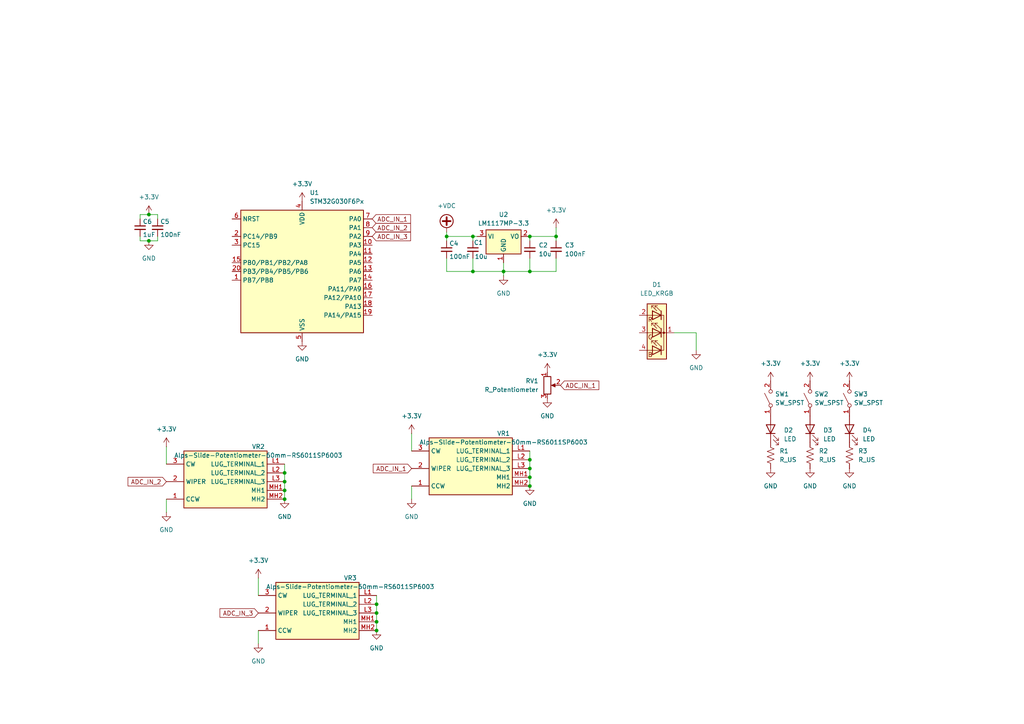
<source format=kicad_sch>
(kicad_sch
	(version 20231120)
	(generator "eeschema")
	(generator_version "8.0")
	(uuid "d6527277-4f40-4d66-9bc7-849904617095")
	(paper "A4")
	(lib_symbols
		(symbol "Device:C_Small"
			(pin_numbers hide)
			(pin_names
				(offset 0.254) hide)
			(exclude_from_sim no)
			(in_bom yes)
			(on_board yes)
			(property "Reference" "C"
				(at 0.254 1.778 0)
				(effects
					(font
						(size 1.27 1.27)
					)
					(justify left)
				)
			)
			(property "Value" "C_Small"
				(at 0.254 -2.032 0)
				(effects
					(font
						(size 1.27 1.27)
					)
					(justify left)
				)
			)
			(property "Footprint" ""
				(at 0 0 0)
				(effects
					(font
						(size 1.27 1.27)
					)
					(hide yes)
				)
			)
			(property "Datasheet" "~"
				(at 0 0 0)
				(effects
					(font
						(size 1.27 1.27)
					)
					(hide yes)
				)
			)
			(property "Description" "Unpolarized capacitor, small symbol"
				(at 0 0 0)
				(effects
					(font
						(size 1.27 1.27)
					)
					(hide yes)
				)
			)
			(property "ki_keywords" "capacitor cap"
				(at 0 0 0)
				(effects
					(font
						(size 1.27 1.27)
					)
					(hide yes)
				)
			)
			(property "ki_fp_filters" "C_*"
				(at 0 0 0)
				(effects
					(font
						(size 1.27 1.27)
					)
					(hide yes)
				)
			)
			(symbol "C_Small_0_1"
				(polyline
					(pts
						(xy -1.524 -0.508) (xy 1.524 -0.508)
					)
					(stroke
						(width 0.3302)
						(type default)
					)
					(fill
						(type none)
					)
				)
				(polyline
					(pts
						(xy -1.524 0.508) (xy 1.524 0.508)
					)
					(stroke
						(width 0.3048)
						(type default)
					)
					(fill
						(type none)
					)
				)
			)
			(symbol "C_Small_1_1"
				(pin passive line
					(at 0 2.54 270)
					(length 2.032)
					(name "~"
						(effects
							(font
								(size 1.27 1.27)
							)
						)
					)
					(number "1"
						(effects
							(font
								(size 1.27 1.27)
							)
						)
					)
				)
				(pin passive line
					(at 0 -2.54 90)
					(length 2.032)
					(name "~"
						(effects
							(font
								(size 1.27 1.27)
							)
						)
					)
					(number "2"
						(effects
							(font
								(size 1.27 1.27)
							)
						)
					)
				)
			)
		)
		(symbol "Device:LED"
			(pin_numbers hide)
			(pin_names
				(offset 1.016) hide)
			(exclude_from_sim no)
			(in_bom yes)
			(on_board yes)
			(property "Reference" "D"
				(at 0 2.54 0)
				(effects
					(font
						(size 1.27 1.27)
					)
				)
			)
			(property "Value" "LED"
				(at 0 -2.54 0)
				(effects
					(font
						(size 1.27 1.27)
					)
				)
			)
			(property "Footprint" ""
				(at 0 0 0)
				(effects
					(font
						(size 1.27 1.27)
					)
					(hide yes)
				)
			)
			(property "Datasheet" "~"
				(at 0 0 0)
				(effects
					(font
						(size 1.27 1.27)
					)
					(hide yes)
				)
			)
			(property "Description" "Light emitting diode"
				(at 0 0 0)
				(effects
					(font
						(size 1.27 1.27)
					)
					(hide yes)
				)
			)
			(property "ki_keywords" "LED diode"
				(at 0 0 0)
				(effects
					(font
						(size 1.27 1.27)
					)
					(hide yes)
				)
			)
			(property "ki_fp_filters" "LED* LED_SMD:* LED_THT:*"
				(at 0 0 0)
				(effects
					(font
						(size 1.27 1.27)
					)
					(hide yes)
				)
			)
			(symbol "LED_0_1"
				(polyline
					(pts
						(xy -1.27 -1.27) (xy -1.27 1.27)
					)
					(stroke
						(width 0.254)
						(type default)
					)
					(fill
						(type none)
					)
				)
				(polyline
					(pts
						(xy -1.27 0) (xy 1.27 0)
					)
					(stroke
						(width 0)
						(type default)
					)
					(fill
						(type none)
					)
				)
				(polyline
					(pts
						(xy 1.27 -1.27) (xy 1.27 1.27) (xy -1.27 0) (xy 1.27 -1.27)
					)
					(stroke
						(width 0.254)
						(type default)
					)
					(fill
						(type none)
					)
				)
				(polyline
					(pts
						(xy -3.048 -0.762) (xy -4.572 -2.286) (xy -3.81 -2.286) (xy -4.572 -2.286) (xy -4.572 -1.524)
					)
					(stroke
						(width 0)
						(type default)
					)
					(fill
						(type none)
					)
				)
				(polyline
					(pts
						(xy -1.778 -0.762) (xy -3.302 -2.286) (xy -2.54 -2.286) (xy -3.302 -2.286) (xy -3.302 -1.524)
					)
					(stroke
						(width 0)
						(type default)
					)
					(fill
						(type none)
					)
				)
			)
			(symbol "LED_1_1"
				(pin passive line
					(at -3.81 0 0)
					(length 2.54)
					(name "K"
						(effects
							(font
								(size 1.27 1.27)
							)
						)
					)
					(number "1"
						(effects
							(font
								(size 1.27 1.27)
							)
						)
					)
				)
				(pin passive line
					(at 3.81 0 180)
					(length 2.54)
					(name "A"
						(effects
							(font
								(size 1.27 1.27)
							)
						)
					)
					(number "2"
						(effects
							(font
								(size 1.27 1.27)
							)
						)
					)
				)
			)
		)
		(symbol "Device:LED_KRGB"
			(pin_names
				(offset 0) hide)
			(exclude_from_sim no)
			(in_bom yes)
			(on_board yes)
			(property "Reference" "D"
				(at 0 9.398 0)
				(effects
					(font
						(size 1.27 1.27)
					)
				)
			)
			(property "Value" "LED_KRGB"
				(at 0 -8.89 0)
				(effects
					(font
						(size 1.27 1.27)
					)
				)
			)
			(property "Footprint" ""
				(at 0 -1.27 0)
				(effects
					(font
						(size 1.27 1.27)
					)
					(hide yes)
				)
			)
			(property "Datasheet" "~"
				(at 0 -1.27 0)
				(effects
					(font
						(size 1.27 1.27)
					)
					(hide yes)
				)
			)
			(property "Description" "RGB LED, cathode/red/green/blue"
				(at 0 0 0)
				(effects
					(font
						(size 1.27 1.27)
					)
					(hide yes)
				)
			)
			(property "ki_keywords" "LED RGB diode"
				(at 0 0 0)
				(effects
					(font
						(size 1.27 1.27)
					)
					(hide yes)
				)
			)
			(property "ki_fp_filters" "LED* LED_SMD:* LED_THT:*"
				(at 0 0 0)
				(effects
					(font
						(size 1.27 1.27)
					)
					(hide yes)
				)
			)
			(symbol "LED_KRGB_0_0"
				(text "B"
					(at 1.905 -6.35 0)
					(effects
						(font
							(size 1.27 1.27)
						)
					)
				)
				(text "G"
					(at 1.905 -1.27 0)
					(effects
						(font
							(size 1.27 1.27)
						)
					)
				)
				(text "R"
					(at 1.905 3.81 0)
					(effects
						(font
							(size 1.27 1.27)
						)
					)
				)
			)
			(symbol "LED_KRGB_0_1"
				(circle
					(center -2.032 0)
					(radius 0.254)
					(stroke
						(width 0)
						(type default)
					)
					(fill
						(type outline)
					)
				)
				(polyline
					(pts
						(xy -1.27 -5.08) (xy 1.27 -5.08)
					)
					(stroke
						(width 0)
						(type default)
					)
					(fill
						(type none)
					)
				)
				(polyline
					(pts
						(xy -1.27 -3.81) (xy -1.27 -6.35)
					)
					(stroke
						(width 0.254)
						(type default)
					)
					(fill
						(type none)
					)
				)
				(polyline
					(pts
						(xy -1.27 0) (xy -2.54 0)
					)
					(stroke
						(width 0)
						(type default)
					)
					(fill
						(type none)
					)
				)
				(polyline
					(pts
						(xy -1.27 1.27) (xy -1.27 -1.27)
					)
					(stroke
						(width 0.254)
						(type default)
					)
					(fill
						(type none)
					)
				)
				(polyline
					(pts
						(xy -1.27 5.08) (xy 1.27 5.08)
					)
					(stroke
						(width 0)
						(type default)
					)
					(fill
						(type none)
					)
				)
				(polyline
					(pts
						(xy -1.27 6.35) (xy -1.27 3.81)
					)
					(stroke
						(width 0.254)
						(type default)
					)
					(fill
						(type none)
					)
				)
				(polyline
					(pts
						(xy 1.27 -5.08) (xy 2.54 -5.08)
					)
					(stroke
						(width 0)
						(type default)
					)
					(fill
						(type none)
					)
				)
				(polyline
					(pts
						(xy 1.27 0) (xy -1.27 0)
					)
					(stroke
						(width 0)
						(type default)
					)
					(fill
						(type none)
					)
				)
				(polyline
					(pts
						(xy 1.27 0) (xy 2.54 0)
					)
					(stroke
						(width 0)
						(type default)
					)
					(fill
						(type none)
					)
				)
				(polyline
					(pts
						(xy 1.27 5.08) (xy 2.54 5.08)
					)
					(stroke
						(width 0)
						(type default)
					)
					(fill
						(type none)
					)
				)
				(polyline
					(pts
						(xy -1.27 1.27) (xy -1.27 -1.27) (xy -1.27 -1.27)
					)
					(stroke
						(width 0)
						(type default)
					)
					(fill
						(type none)
					)
				)
				(polyline
					(pts
						(xy -1.27 6.35) (xy -1.27 3.81) (xy -1.27 3.81)
					)
					(stroke
						(width 0)
						(type default)
					)
					(fill
						(type none)
					)
				)
				(polyline
					(pts
						(xy -1.27 5.08) (xy -2.032 5.08) (xy -2.032 -5.08) (xy -1.016 -5.08)
					)
					(stroke
						(width 0)
						(type default)
					)
					(fill
						(type none)
					)
				)
				(polyline
					(pts
						(xy 1.27 -3.81) (xy 1.27 -6.35) (xy -1.27 -5.08) (xy 1.27 -3.81)
					)
					(stroke
						(width 0.254)
						(type default)
					)
					(fill
						(type none)
					)
				)
				(polyline
					(pts
						(xy 1.27 1.27) (xy 1.27 -1.27) (xy -1.27 0) (xy 1.27 1.27)
					)
					(stroke
						(width 0.254)
						(type default)
					)
					(fill
						(type none)
					)
				)
				(polyline
					(pts
						(xy 1.27 6.35) (xy 1.27 3.81) (xy -1.27 5.08) (xy 1.27 6.35)
					)
					(stroke
						(width 0.254)
						(type default)
					)
					(fill
						(type none)
					)
				)
				(polyline
					(pts
						(xy -1.016 -3.81) (xy 0.508 -2.286) (xy -0.254 -2.286) (xy 0.508 -2.286) (xy 0.508 -3.048)
					)
					(stroke
						(width 0)
						(type default)
					)
					(fill
						(type none)
					)
				)
				(polyline
					(pts
						(xy -1.016 1.27) (xy 0.508 2.794) (xy -0.254 2.794) (xy 0.508 2.794) (xy 0.508 2.032)
					)
					(stroke
						(width 0)
						(type default)
					)
					(fill
						(type none)
					)
				)
				(polyline
					(pts
						(xy -1.016 6.35) (xy 0.508 7.874) (xy -0.254 7.874) (xy 0.508 7.874) (xy 0.508 7.112)
					)
					(stroke
						(width 0)
						(type default)
					)
					(fill
						(type none)
					)
				)
				(polyline
					(pts
						(xy 0 -3.81) (xy 1.524 -2.286) (xy 0.762 -2.286) (xy 1.524 -2.286) (xy 1.524 -3.048)
					)
					(stroke
						(width 0)
						(type default)
					)
					(fill
						(type none)
					)
				)
				(polyline
					(pts
						(xy 0 1.27) (xy 1.524 2.794) (xy 0.762 2.794) (xy 1.524 2.794) (xy 1.524 2.032)
					)
					(stroke
						(width 0)
						(type default)
					)
					(fill
						(type none)
					)
				)
				(polyline
					(pts
						(xy 0 6.35) (xy 1.524 7.874) (xy 0.762 7.874) (xy 1.524 7.874) (xy 1.524 7.112)
					)
					(stroke
						(width 0)
						(type default)
					)
					(fill
						(type none)
					)
				)
				(rectangle
					(start 1.27 -1.27)
					(end 1.27 1.27)
					(stroke
						(width 0)
						(type default)
					)
					(fill
						(type none)
					)
				)
				(rectangle
					(start 1.27 1.27)
					(end 1.27 1.27)
					(stroke
						(width 0)
						(type default)
					)
					(fill
						(type none)
					)
				)
				(rectangle
					(start 1.27 3.81)
					(end 1.27 6.35)
					(stroke
						(width 0)
						(type default)
					)
					(fill
						(type none)
					)
				)
				(rectangle
					(start 1.27 6.35)
					(end 1.27 6.35)
					(stroke
						(width 0)
						(type default)
					)
					(fill
						(type none)
					)
				)
				(rectangle
					(start 2.794 8.382)
					(end -2.794 -7.62)
					(stroke
						(width 0.254)
						(type default)
					)
					(fill
						(type background)
					)
				)
			)
			(symbol "LED_KRGB_1_1"
				(pin passive line
					(at -5.08 0 0)
					(length 2.54)
					(name "K"
						(effects
							(font
								(size 1.27 1.27)
							)
						)
					)
					(number "1"
						(effects
							(font
								(size 1.27 1.27)
							)
						)
					)
				)
				(pin passive line
					(at 5.08 5.08 180)
					(length 2.54)
					(name "RA"
						(effects
							(font
								(size 1.27 1.27)
							)
						)
					)
					(number "2"
						(effects
							(font
								(size 1.27 1.27)
							)
						)
					)
				)
				(pin passive line
					(at 5.08 0 180)
					(length 2.54)
					(name "GA"
						(effects
							(font
								(size 1.27 1.27)
							)
						)
					)
					(number "3"
						(effects
							(font
								(size 1.27 1.27)
							)
						)
					)
				)
				(pin passive line
					(at 5.08 -5.08 180)
					(length 2.54)
					(name "BA"
						(effects
							(font
								(size 1.27 1.27)
							)
						)
					)
					(number "4"
						(effects
							(font
								(size 1.27 1.27)
							)
						)
					)
				)
			)
		)
		(symbol "Device:R_Potentiometer"
			(pin_names
				(offset 1.016) hide)
			(exclude_from_sim no)
			(in_bom yes)
			(on_board yes)
			(property "Reference" "RV"
				(at -4.445 0 90)
				(effects
					(font
						(size 1.27 1.27)
					)
				)
			)
			(property "Value" "R_Potentiometer"
				(at -2.54 0 90)
				(effects
					(font
						(size 1.27 1.27)
					)
				)
			)
			(property "Footprint" ""
				(at 0 0 0)
				(effects
					(font
						(size 1.27 1.27)
					)
					(hide yes)
				)
			)
			(property "Datasheet" "~"
				(at 0 0 0)
				(effects
					(font
						(size 1.27 1.27)
					)
					(hide yes)
				)
			)
			(property "Description" "Potentiometer"
				(at 0 0 0)
				(effects
					(font
						(size 1.27 1.27)
					)
					(hide yes)
				)
			)
			(property "ki_keywords" "resistor variable"
				(at 0 0 0)
				(effects
					(font
						(size 1.27 1.27)
					)
					(hide yes)
				)
			)
			(property "ki_fp_filters" "Potentiometer*"
				(at 0 0 0)
				(effects
					(font
						(size 1.27 1.27)
					)
					(hide yes)
				)
			)
			(symbol "R_Potentiometer_0_1"
				(polyline
					(pts
						(xy 2.54 0) (xy 1.524 0)
					)
					(stroke
						(width 0)
						(type default)
					)
					(fill
						(type none)
					)
				)
				(polyline
					(pts
						(xy 1.143 0) (xy 2.286 0.508) (xy 2.286 -0.508) (xy 1.143 0)
					)
					(stroke
						(width 0)
						(type default)
					)
					(fill
						(type outline)
					)
				)
				(rectangle
					(start 1.016 2.54)
					(end -1.016 -2.54)
					(stroke
						(width 0.254)
						(type default)
					)
					(fill
						(type none)
					)
				)
			)
			(symbol "R_Potentiometer_1_1"
				(pin passive line
					(at 0 3.81 270)
					(length 1.27)
					(name "1"
						(effects
							(font
								(size 1.27 1.27)
							)
						)
					)
					(number "1"
						(effects
							(font
								(size 1.27 1.27)
							)
						)
					)
				)
				(pin passive line
					(at 3.81 0 180)
					(length 1.27)
					(name "2"
						(effects
							(font
								(size 1.27 1.27)
							)
						)
					)
					(number "2"
						(effects
							(font
								(size 1.27 1.27)
							)
						)
					)
				)
				(pin passive line
					(at 0 -3.81 90)
					(length 1.27)
					(name "3"
						(effects
							(font
								(size 1.27 1.27)
							)
						)
					)
					(number "3"
						(effects
							(font
								(size 1.27 1.27)
							)
						)
					)
				)
			)
		)
		(symbol "Device:R_US"
			(pin_numbers hide)
			(pin_names
				(offset 0)
			)
			(exclude_from_sim no)
			(in_bom yes)
			(on_board yes)
			(property "Reference" "R"
				(at 2.54 0 90)
				(effects
					(font
						(size 1.27 1.27)
					)
				)
			)
			(property "Value" "R_US"
				(at -2.54 0 90)
				(effects
					(font
						(size 1.27 1.27)
					)
				)
			)
			(property "Footprint" ""
				(at 1.016 -0.254 90)
				(effects
					(font
						(size 1.27 1.27)
					)
					(hide yes)
				)
			)
			(property "Datasheet" "~"
				(at 0 0 0)
				(effects
					(font
						(size 1.27 1.27)
					)
					(hide yes)
				)
			)
			(property "Description" "Resistor, US symbol"
				(at 0 0 0)
				(effects
					(font
						(size 1.27 1.27)
					)
					(hide yes)
				)
			)
			(property "ki_keywords" "R res resistor"
				(at 0 0 0)
				(effects
					(font
						(size 1.27 1.27)
					)
					(hide yes)
				)
			)
			(property "ki_fp_filters" "R_*"
				(at 0 0 0)
				(effects
					(font
						(size 1.27 1.27)
					)
					(hide yes)
				)
			)
			(symbol "R_US_0_1"
				(polyline
					(pts
						(xy 0 -2.286) (xy 0 -2.54)
					)
					(stroke
						(width 0)
						(type default)
					)
					(fill
						(type none)
					)
				)
				(polyline
					(pts
						(xy 0 2.286) (xy 0 2.54)
					)
					(stroke
						(width 0)
						(type default)
					)
					(fill
						(type none)
					)
				)
				(polyline
					(pts
						(xy 0 -0.762) (xy 1.016 -1.143) (xy 0 -1.524) (xy -1.016 -1.905) (xy 0 -2.286)
					)
					(stroke
						(width 0)
						(type default)
					)
					(fill
						(type none)
					)
				)
				(polyline
					(pts
						(xy 0 0.762) (xy 1.016 0.381) (xy 0 0) (xy -1.016 -0.381) (xy 0 -0.762)
					)
					(stroke
						(width 0)
						(type default)
					)
					(fill
						(type none)
					)
				)
				(polyline
					(pts
						(xy 0 2.286) (xy 1.016 1.905) (xy 0 1.524) (xy -1.016 1.143) (xy 0 0.762)
					)
					(stroke
						(width 0)
						(type default)
					)
					(fill
						(type none)
					)
				)
			)
			(symbol "R_US_1_1"
				(pin passive line
					(at 0 3.81 270)
					(length 1.27)
					(name "~"
						(effects
							(font
								(size 1.27 1.27)
							)
						)
					)
					(number "1"
						(effects
							(font
								(size 1.27 1.27)
							)
						)
					)
				)
				(pin passive line
					(at 0 -3.81 90)
					(length 1.27)
					(name "~"
						(effects
							(font
								(size 1.27 1.27)
							)
						)
					)
					(number "2"
						(effects
							(font
								(size 1.27 1.27)
							)
						)
					)
				)
			)
		)
		(symbol "MCU_ST_STM32G0:STM32G030F6Px"
			(exclude_from_sim no)
			(in_bom yes)
			(on_board yes)
			(property "Reference" "U"
				(at -17.78 19.05 0)
				(effects
					(font
						(size 1.27 1.27)
					)
					(justify left)
				)
			)
			(property "Value" "STM32G030F6Px"
				(at 2.54 19.05 0)
				(effects
					(font
						(size 1.27 1.27)
					)
					(justify left)
				)
			)
			(property "Footprint" "Package_SO:TSSOP-20_4.4x6.5mm_P0.65mm"
				(at -17.78 -17.78 0)
				(effects
					(font
						(size 1.27 1.27)
					)
					(justify right)
					(hide yes)
				)
			)
			(property "Datasheet" "https://www.st.com/resource/en/datasheet/stm32g030f6.pdf"
				(at 0 0 0)
				(effects
					(font
						(size 1.27 1.27)
					)
					(hide yes)
				)
			)
			(property "Description" "STMicroelectronics Arm Cortex-M0+ MCU, 32KB flash, 8KB RAM, 64 MHz, 2.0-3.6V, 17 GPIO, TSSOP20"
				(at 0 0 0)
				(effects
					(font
						(size 1.27 1.27)
					)
					(hide yes)
				)
			)
			(property "ki_locked" ""
				(at 0 0 0)
				(effects
					(font
						(size 1.27 1.27)
					)
				)
			)
			(property "ki_keywords" "Arm Cortex-M0+ STM32G0 STM32G0x0 Value line"
				(at 0 0 0)
				(effects
					(font
						(size 1.27 1.27)
					)
					(hide yes)
				)
			)
			(property "ki_fp_filters" "TSSOP*4.4x6.5mm*P0.65mm*"
				(at 0 0 0)
				(effects
					(font
						(size 1.27 1.27)
					)
					(hide yes)
				)
			)
			(symbol "STM32G030F6Px_0_1"
				(rectangle
					(start -17.78 -17.78)
					(end 17.78 17.78)
					(stroke
						(width 0.254)
						(type default)
					)
					(fill
						(type background)
					)
				)
			)
			(symbol "STM32G030F6Px_1_1"
				(pin bidirectional line
					(at -20.32 -2.54 0)
					(length 2.54)
					(name "PB7/PB8"
						(effects
							(font
								(size 1.27 1.27)
							)
						)
					)
					(number "1"
						(effects
							(font
								(size 1.27 1.27)
							)
						)
					)
					(alternate "ADC1_IN11" bidirectional line)
					(alternate "I2C1_SDA" bidirectional line)
					(alternate "SPI2_MOSI" bidirectional line)
					(alternate "SYS_PVD_IN" bidirectional line)
					(alternate "TIM17_CH1N" bidirectional line)
					(alternate "USART1_RX" bidirectional line)
				)
				(pin bidirectional line
					(at 20.32 7.62 180)
					(length 2.54)
					(name "PA3"
						(effects
							(font
								(size 1.27 1.27)
							)
						)
					)
					(number "10"
						(effects
							(font
								(size 1.27 1.27)
							)
						)
					)
					(alternate "ADC1_IN3" bidirectional line)
					(alternate "SPI2_MISO" bidirectional line)
					(alternate "USART2_RX" bidirectional line)
				)
				(pin bidirectional line
					(at 20.32 5.08 180)
					(length 2.54)
					(name "PA4"
						(effects
							(font
								(size 1.27 1.27)
							)
						)
					)
					(number "11"
						(effects
							(font
								(size 1.27 1.27)
							)
						)
					)
					(alternate "ADC1_IN4" bidirectional line)
					(alternate "I2S1_WS" bidirectional line)
					(alternate "RTC_OUT_ALARM" bidirectional line)
					(alternate "RTC_OUT_CALIB" bidirectional line)
					(alternate "RTC_TAMP_IN1" bidirectional line)
					(alternate "RTC_TS" bidirectional line)
					(alternate "SPI1_NSS" bidirectional line)
					(alternate "SPI2_MOSI" bidirectional line)
					(alternate "SYS_WKUP2" bidirectional line)
					(alternate "TIM14_CH1" bidirectional line)
				)
				(pin bidirectional line
					(at 20.32 2.54 180)
					(length 2.54)
					(name "PA5"
						(effects
							(font
								(size 1.27 1.27)
							)
						)
					)
					(number "12"
						(effects
							(font
								(size 1.27 1.27)
							)
						)
					)
					(alternate "ADC1_IN5" bidirectional line)
					(alternate "I2S1_CK" bidirectional line)
					(alternate "SPI1_SCK" bidirectional line)
				)
				(pin bidirectional line
					(at 20.32 0 180)
					(length 2.54)
					(name "PA6"
						(effects
							(font
								(size 1.27 1.27)
							)
						)
					)
					(number "13"
						(effects
							(font
								(size 1.27 1.27)
							)
						)
					)
					(alternate "ADC1_IN6" bidirectional line)
					(alternate "I2S1_MCK" bidirectional line)
					(alternate "SPI1_MISO" bidirectional line)
					(alternate "TIM16_CH1" bidirectional line)
					(alternate "TIM1_BK" bidirectional line)
					(alternate "TIM3_CH1" bidirectional line)
				)
				(pin bidirectional line
					(at 20.32 -2.54 180)
					(length 2.54)
					(name "PA7"
						(effects
							(font
								(size 1.27 1.27)
							)
						)
					)
					(number "14"
						(effects
							(font
								(size 1.27 1.27)
							)
						)
					)
					(alternate "ADC1_IN7" bidirectional line)
					(alternate "I2S1_SD" bidirectional line)
					(alternate "SPI1_MOSI" bidirectional line)
					(alternate "TIM14_CH1" bidirectional line)
					(alternate "TIM17_CH1" bidirectional line)
					(alternate "TIM1_CH1N" bidirectional line)
					(alternate "TIM3_CH2" bidirectional line)
				)
				(pin bidirectional line
					(at -20.32 2.54 0)
					(length 2.54)
					(name "PB0/PB1/PB2/PA8"
						(effects
							(font
								(size 1.27 1.27)
							)
						)
					)
					(number "15"
						(effects
							(font
								(size 1.27 1.27)
							)
						)
					)
					(alternate "ADC1_IN8" bidirectional line)
					(alternate "I2S1_WS" bidirectional line)
					(alternate "SPI1_NSS" bidirectional line)
					(alternate "TIM1_CH2N" bidirectional line)
					(alternate "TIM3_CH3" bidirectional line)
				)
				(pin bidirectional line
					(at 20.32 -5.08 180)
					(length 2.54)
					(name "PA11/PA9"
						(effects
							(font
								(size 1.27 1.27)
							)
						)
					)
					(number "16"
						(effects
							(font
								(size 1.27 1.27)
							)
						)
					)
					(alternate "ADC1_EXTI11" bidirectional line)
					(alternate "ADC1_IN15" bidirectional line)
					(alternate "I2C2_SCL" bidirectional line)
					(alternate "I2S1_MCK" bidirectional line)
					(alternate "SPI1_MISO" bidirectional line)
					(alternate "TIM1_BK2" bidirectional line)
					(alternate "TIM1_CH4" bidirectional line)
					(alternate "USART1_CTS" bidirectional line)
					(alternate "USART1_NSS" bidirectional line)
				)
				(pin bidirectional line
					(at 20.32 -7.62 180)
					(length 2.54)
					(name "PA12/PA10"
						(effects
							(font
								(size 1.27 1.27)
							)
						)
					)
					(number "17"
						(effects
							(font
								(size 1.27 1.27)
							)
						)
					)
					(alternate "ADC1_IN16" bidirectional line)
					(alternate "I2C2_SDA" bidirectional line)
					(alternate "I2S1_SD" bidirectional line)
					(alternate "I2S_CKIN" bidirectional line)
					(alternate "SPI1_MOSI" bidirectional line)
					(alternate "TIM1_ETR" bidirectional line)
					(alternate "USART1_CK" bidirectional line)
					(alternate "USART1_DE" bidirectional line)
					(alternate "USART1_RTS" bidirectional line)
				)
				(pin bidirectional line
					(at 20.32 -10.16 180)
					(length 2.54)
					(name "PA13"
						(effects
							(font
								(size 1.27 1.27)
							)
						)
					)
					(number "18"
						(effects
							(font
								(size 1.27 1.27)
							)
						)
					)
					(alternate "ADC1_IN17" bidirectional line)
					(alternate "IR_OUT" bidirectional line)
					(alternate "SYS_SWDIO" bidirectional line)
				)
				(pin bidirectional line
					(at 20.32 -12.7 180)
					(length 2.54)
					(name "PA14/PA15"
						(effects
							(font
								(size 1.27 1.27)
							)
						)
					)
					(number "19"
						(effects
							(font
								(size 1.27 1.27)
							)
						)
					)
					(alternate "ADC1_IN18" bidirectional line)
					(alternate "SYS_SWCLK" bidirectional line)
					(alternate "USART2_TX" bidirectional line)
				)
				(pin bidirectional line
					(at -20.32 10.16 0)
					(length 2.54)
					(name "PC14/PB9"
						(effects
							(font
								(size 1.27 1.27)
							)
						)
					)
					(number "2"
						(effects
							(font
								(size 1.27 1.27)
							)
						)
					)
					(alternate "RCC_OSC32_IN" bidirectional line)
					(alternate "RCC_OSC_IN" bidirectional line)
					(alternate "TIM1_BK2" bidirectional line)
				)
				(pin bidirectional line
					(at -20.32 0 0)
					(length 2.54)
					(name "PB3/PB4/PB5/PB6"
						(effects
							(font
								(size 1.27 1.27)
							)
						)
					)
					(number "20"
						(effects
							(font
								(size 1.27 1.27)
							)
						)
					)
					(alternate "I2S1_CK" bidirectional line)
					(alternate "SPI1_SCK" bidirectional line)
					(alternate "TIM1_CH2" bidirectional line)
					(alternate "USART1_CK" bidirectional line)
					(alternate "USART1_DE" bidirectional line)
					(alternate "USART1_RTS" bidirectional line)
				)
				(pin bidirectional line
					(at -20.32 7.62 0)
					(length 2.54)
					(name "PC15"
						(effects
							(font
								(size 1.27 1.27)
							)
						)
					)
					(number "3"
						(effects
							(font
								(size 1.27 1.27)
							)
						)
					)
					(alternate "RCC_OSC32_EN" bidirectional line)
					(alternate "RCC_OSC32_OUT" bidirectional line)
					(alternate "RCC_OSC_EN" bidirectional line)
				)
				(pin power_in line
					(at 0 20.32 270)
					(length 2.54)
					(name "VDD"
						(effects
							(font
								(size 1.27 1.27)
							)
						)
					)
					(number "4"
						(effects
							(font
								(size 1.27 1.27)
							)
						)
					)
				)
				(pin power_in line
					(at 0 -20.32 90)
					(length 2.54)
					(name "VSS"
						(effects
							(font
								(size 1.27 1.27)
							)
						)
					)
					(number "5"
						(effects
							(font
								(size 1.27 1.27)
							)
						)
					)
				)
				(pin input line
					(at -20.32 15.24 0)
					(length 2.54)
					(name "NRST"
						(effects
							(font
								(size 1.27 1.27)
							)
						)
					)
					(number "6"
						(effects
							(font
								(size 1.27 1.27)
							)
						)
					)
				)
				(pin bidirectional line
					(at 20.32 15.24 180)
					(length 2.54)
					(name "PA0"
						(effects
							(font
								(size 1.27 1.27)
							)
						)
					)
					(number "7"
						(effects
							(font
								(size 1.27 1.27)
							)
						)
					)
					(alternate "ADC1_IN0" bidirectional line)
					(alternate "RTC_TAMP_IN2" bidirectional line)
					(alternate "SPI2_SCK" bidirectional line)
					(alternate "SYS_WKUP1" bidirectional line)
					(alternate "USART2_CTS" bidirectional line)
					(alternate "USART2_NSS" bidirectional line)
				)
				(pin bidirectional line
					(at 20.32 12.7 180)
					(length 2.54)
					(name "PA1"
						(effects
							(font
								(size 1.27 1.27)
							)
						)
					)
					(number "8"
						(effects
							(font
								(size 1.27 1.27)
							)
						)
					)
					(alternate "ADC1_IN1" bidirectional line)
					(alternate "I2C1_SMBA" bidirectional line)
					(alternate "I2S1_CK" bidirectional line)
					(alternate "SPI1_SCK" bidirectional line)
					(alternate "USART2_CK" bidirectional line)
					(alternate "USART2_DE" bidirectional line)
					(alternate "USART2_RTS" bidirectional line)
				)
				(pin bidirectional line
					(at 20.32 10.16 180)
					(length 2.54)
					(name "PA2"
						(effects
							(font
								(size 1.27 1.27)
							)
						)
					)
					(number "9"
						(effects
							(font
								(size 1.27 1.27)
							)
						)
					)
					(alternate "ADC1_IN2" bidirectional line)
					(alternate "I2S1_SD" bidirectional line)
					(alternate "RCC_LSCO" bidirectional line)
					(alternate "SPI1_MOSI" bidirectional line)
					(alternate "SYS_WKUP4" bidirectional line)
					(alternate "USART2_TX" bidirectional line)
				)
			)
		)
		(symbol "Regulator_Linear:LM1117MP-3.3"
			(exclude_from_sim no)
			(in_bom yes)
			(on_board yes)
			(property "Reference" "U"
				(at -3.81 3.175 0)
				(effects
					(font
						(size 1.27 1.27)
					)
				)
			)
			(property "Value" "LM1117MP-3.3"
				(at 0 3.175 0)
				(effects
					(font
						(size 1.27 1.27)
					)
					(justify left)
				)
			)
			(property "Footprint" "Package_TO_SOT_SMD:SOT-223-3_TabPin2"
				(at 0 0 0)
				(effects
					(font
						(size 1.27 1.27)
					)
					(hide yes)
				)
			)
			(property "Datasheet" "http://www.ti.com/lit/ds/symlink/lm1117.pdf"
				(at 0 0 0)
				(effects
					(font
						(size 1.27 1.27)
					)
					(hide yes)
				)
			)
			(property "Description" "800mA Low-Dropout Linear Regulator, 3.3V fixed output, SOT-223"
				(at 0 0 0)
				(effects
					(font
						(size 1.27 1.27)
					)
					(hide yes)
				)
			)
			(property "ki_keywords" "linear regulator ldo fixed positive"
				(at 0 0 0)
				(effects
					(font
						(size 1.27 1.27)
					)
					(hide yes)
				)
			)
			(property "ki_fp_filters" "SOT?223*"
				(at 0 0 0)
				(effects
					(font
						(size 1.27 1.27)
					)
					(hide yes)
				)
			)
			(symbol "LM1117MP-3.3_0_1"
				(rectangle
					(start -5.08 -5.08)
					(end 5.08 1.905)
					(stroke
						(width 0.254)
						(type default)
					)
					(fill
						(type background)
					)
				)
			)
			(symbol "LM1117MP-3.3_1_1"
				(pin power_in line
					(at 0 -7.62 90)
					(length 2.54)
					(name "GND"
						(effects
							(font
								(size 1.27 1.27)
							)
						)
					)
					(number "1"
						(effects
							(font
								(size 1.27 1.27)
							)
						)
					)
				)
				(pin power_out line
					(at 7.62 0 180)
					(length 2.54)
					(name "VO"
						(effects
							(font
								(size 1.27 1.27)
							)
						)
					)
					(number "2"
						(effects
							(font
								(size 1.27 1.27)
							)
						)
					)
				)
				(pin power_in line
					(at -7.62 0 0)
					(length 2.54)
					(name "VI"
						(effects
							(font
								(size 1.27 1.27)
							)
						)
					)
					(number "3"
						(effects
							(font
								(size 1.27 1.27)
							)
						)
					)
				)
			)
		)
		(symbol "Switch:SW_SPST"
			(pin_names
				(offset 0) hide)
			(exclude_from_sim no)
			(in_bom yes)
			(on_board yes)
			(property "Reference" "SW"
				(at 0 3.175 0)
				(effects
					(font
						(size 1.27 1.27)
					)
				)
			)
			(property "Value" "SW_SPST"
				(at 0 -2.54 0)
				(effects
					(font
						(size 1.27 1.27)
					)
				)
			)
			(property "Footprint" ""
				(at 0 0 0)
				(effects
					(font
						(size 1.27 1.27)
					)
					(hide yes)
				)
			)
			(property "Datasheet" "~"
				(at 0 0 0)
				(effects
					(font
						(size 1.27 1.27)
					)
					(hide yes)
				)
			)
			(property "Description" "Single Pole Single Throw (SPST) switch"
				(at 0 0 0)
				(effects
					(font
						(size 1.27 1.27)
					)
					(hide yes)
				)
			)
			(property "ki_keywords" "switch lever"
				(at 0 0 0)
				(effects
					(font
						(size 1.27 1.27)
					)
					(hide yes)
				)
			)
			(symbol "SW_SPST_0_0"
				(circle
					(center -2.032 0)
					(radius 0.508)
					(stroke
						(width 0)
						(type default)
					)
					(fill
						(type none)
					)
				)
				(polyline
					(pts
						(xy -1.524 0.254) (xy 1.524 1.778)
					)
					(stroke
						(width 0)
						(type default)
					)
					(fill
						(type none)
					)
				)
				(circle
					(center 2.032 0)
					(radius 0.508)
					(stroke
						(width 0)
						(type default)
					)
					(fill
						(type none)
					)
				)
			)
			(symbol "SW_SPST_1_1"
				(pin passive line
					(at -5.08 0 0)
					(length 2.54)
					(name "A"
						(effects
							(font
								(size 1.27 1.27)
							)
						)
					)
					(number "1"
						(effects
							(font
								(size 1.27 1.27)
							)
						)
					)
				)
				(pin passive line
					(at 5.08 0 180)
					(length 2.54)
					(name "B"
						(effects
							(font
								(size 1.27 1.27)
							)
						)
					)
					(number "2"
						(effects
							(font
								(size 1.27 1.27)
							)
						)
					)
				)
			)
		)
		(symbol "power:+3.3V"
			(power)
			(pin_numbers hide)
			(pin_names
				(offset 0) hide)
			(exclude_from_sim no)
			(in_bom yes)
			(on_board yes)
			(property "Reference" "#PWR"
				(at 0 -3.81 0)
				(effects
					(font
						(size 1.27 1.27)
					)
					(hide yes)
				)
			)
			(property "Value" "+3.3V"
				(at 0 3.556 0)
				(effects
					(font
						(size 1.27 1.27)
					)
				)
			)
			(property "Footprint" ""
				(at 0 0 0)
				(effects
					(font
						(size 1.27 1.27)
					)
					(hide yes)
				)
			)
			(property "Datasheet" ""
				(at 0 0 0)
				(effects
					(font
						(size 1.27 1.27)
					)
					(hide yes)
				)
			)
			(property "Description" "Power symbol creates a global label with name \"+3.3V\""
				(at 0 0 0)
				(effects
					(font
						(size 1.27 1.27)
					)
					(hide yes)
				)
			)
			(property "ki_keywords" "global power"
				(at 0 0 0)
				(effects
					(font
						(size 1.27 1.27)
					)
					(hide yes)
				)
			)
			(symbol "+3.3V_0_1"
				(polyline
					(pts
						(xy -0.762 1.27) (xy 0 2.54)
					)
					(stroke
						(width 0)
						(type default)
					)
					(fill
						(type none)
					)
				)
				(polyline
					(pts
						(xy 0 0) (xy 0 2.54)
					)
					(stroke
						(width 0)
						(type default)
					)
					(fill
						(type none)
					)
				)
				(polyline
					(pts
						(xy 0 2.54) (xy 0.762 1.27)
					)
					(stroke
						(width 0)
						(type default)
					)
					(fill
						(type none)
					)
				)
			)
			(symbol "+3.3V_1_1"
				(pin power_in line
					(at 0 0 90)
					(length 0)
					(name "~"
						(effects
							(font
								(size 1.27 1.27)
							)
						)
					)
					(number "1"
						(effects
							(font
								(size 1.27 1.27)
							)
						)
					)
				)
			)
		)
		(symbol "power:+VDC"
			(power)
			(pin_numbers hide)
			(pin_names
				(offset 0) hide)
			(exclude_from_sim no)
			(in_bom yes)
			(on_board yes)
			(property "Reference" "#PWR"
				(at 0 -2.54 0)
				(effects
					(font
						(size 1.27 1.27)
					)
					(hide yes)
				)
			)
			(property "Value" "+VDC"
				(at 0 6.35 0)
				(effects
					(font
						(size 1.27 1.27)
					)
				)
			)
			(property "Footprint" ""
				(at 0 0 0)
				(effects
					(font
						(size 1.27 1.27)
					)
					(hide yes)
				)
			)
			(property "Datasheet" ""
				(at 0 0 0)
				(effects
					(font
						(size 1.27 1.27)
					)
					(hide yes)
				)
			)
			(property "Description" "Power symbol creates a global label with name \"+VDC\""
				(at 0 0 0)
				(effects
					(font
						(size 1.27 1.27)
					)
					(hide yes)
				)
			)
			(property "ki_keywords" "global power"
				(at 0 0 0)
				(effects
					(font
						(size 1.27 1.27)
					)
					(hide yes)
				)
			)
			(symbol "+VDC_0_1"
				(polyline
					(pts
						(xy -1.143 3.175) (xy 1.143 3.175)
					)
					(stroke
						(width 0.508)
						(type default)
					)
					(fill
						(type none)
					)
				)
				(polyline
					(pts
						(xy 0 0) (xy 0 1.27)
					)
					(stroke
						(width 0)
						(type default)
					)
					(fill
						(type none)
					)
				)
				(polyline
					(pts
						(xy 0 2.032) (xy 0 4.318)
					)
					(stroke
						(width 0.508)
						(type default)
					)
					(fill
						(type none)
					)
				)
				(circle
					(center 0 3.175)
					(radius 1.905)
					(stroke
						(width 0.254)
						(type default)
					)
					(fill
						(type none)
					)
				)
			)
			(symbol "+VDC_1_1"
				(pin power_in line
					(at 0 0 90)
					(length 0)
					(name "~"
						(effects
							(font
								(size 1.27 1.27)
							)
						)
					)
					(number "1"
						(effects
							(font
								(size 1.27 1.27)
							)
						)
					)
				)
			)
		)
		(symbol "power:GND"
			(power)
			(pin_numbers hide)
			(pin_names
				(offset 0) hide)
			(exclude_from_sim no)
			(in_bom yes)
			(on_board yes)
			(property "Reference" "#PWR"
				(at 0 -6.35 0)
				(effects
					(font
						(size 1.27 1.27)
					)
					(hide yes)
				)
			)
			(property "Value" "GND"
				(at 0 -3.81 0)
				(effects
					(font
						(size 1.27 1.27)
					)
				)
			)
			(property "Footprint" ""
				(at 0 0 0)
				(effects
					(font
						(size 1.27 1.27)
					)
					(hide yes)
				)
			)
			(property "Datasheet" ""
				(at 0 0 0)
				(effects
					(font
						(size 1.27 1.27)
					)
					(hide yes)
				)
			)
			(property "Description" "Power symbol creates a global label with name \"GND\" , ground"
				(at 0 0 0)
				(effects
					(font
						(size 1.27 1.27)
					)
					(hide yes)
				)
			)
			(property "ki_keywords" "global power"
				(at 0 0 0)
				(effects
					(font
						(size 1.27 1.27)
					)
					(hide yes)
				)
			)
			(symbol "GND_0_1"
				(polyline
					(pts
						(xy 0 0) (xy 0 -1.27) (xy 1.27 -1.27) (xy 0 -2.54) (xy -1.27 -1.27) (xy 0 -1.27)
					)
					(stroke
						(width 0)
						(type default)
					)
					(fill
						(type none)
					)
				)
			)
			(symbol "GND_1_1"
				(pin power_in line
					(at 0 0 270)
					(length 0)
					(name "~"
						(effects
							(font
								(size 1.27 1.27)
							)
						)
					)
					(number "1"
						(effects
							(font
								(size 1.27 1.27)
							)
						)
					)
				)
			)
		)
		(symbol "rhinocerose-interface:Alps-Slide-Potentiometer-60mm-RS6011SP6003"
			(exclude_from_sim no)
			(in_bom yes)
			(on_board yes)
			(property "Reference" "VR"
				(at 4.826 11.176 0)
				(effects
					(font
						(size 1.27 1.27)
					)
					(justify left top)
				)
			)
			(property "Value" "Alps-Slide-Potentiometer-60mm-RS6011SP6003"
				(at 4.826 8.636 0)
				(effects
					(font
						(size 1.27 1.27)
					)
					(justify left top)
				)
			)
			(property "Footprint" "rhinocerose-pots:Alps-Slide-Pot-60mm-RS6011SP6003"
				(at 49.53 -94.92 0)
				(effects
					(font
						(size 1.27 1.27)
					)
					(justify left top)
					(hide yes)
				)
			)
			(property "Datasheet" "https://www.mouser.co.uk/datasheet/2/15/RS6011P-1524911.pdf"
				(at 49.53 -194.92 0)
				(effects
					(font
						(size 1.27 1.27)
					)
					(justify left top)
					(hide yes)
				)
			)
			(property "Description" "Slide Potentiometers Single Unit, 60mm Vertical Type"
				(at 4.318 13.716 0)
				(effects
					(font
						(size 1.27 1.27)
					)
					(hide yes)
				)
			)
			(property "Height" "7"
				(at 49.53 -394.92 0)
				(effects
					(font
						(size 1.27 1.27)
					)
					(justify left top)
					(hide yes)
				)
			)
			(property "Mouser Part Number" "688-RS6011SP6003"
				(at 49.53 -494.92 0)
				(effects
					(font
						(size 1.27 1.27)
					)
					(justify left top)
					(hide yes)
				)
			)
			(property "Mouser Price/Stock" "https://www.mouser.co.uk/ProductDetail/Alps-Alpine/RS6011SP6003?qs=3cOf6TWd2rbyy41GF81woQ%3D%3D"
				(at 49.53 -594.92 0)
				(effects
					(font
						(size 1.27 1.27)
					)
					(justify left top)
					(hide yes)
				)
			)
			(property "Manufacturer_Name" "ALPS Electric"
				(at 49.53 -694.92 0)
				(effects
					(font
						(size 1.27 1.27)
					)
					(justify left top)
					(hide yes)
				)
			)
			(property "Manufacturer_Part_Number" "RS6011SP6003"
				(at 49.53 -794.92 0)
				(effects
					(font
						(size 1.27 1.27)
					)
					(justify left top)
					(hide yes)
				)
			)
			(symbol "Alps-Slide-Potentiometer-60mm-RS6011SP6003_1_1"
				(rectangle
					(start 5.08 6.35)
					(end 29.21 -10.16)
					(stroke
						(width 0.254)
						(type default)
					)
					(fill
						(type background)
					)
				)
				(pin passive line
					(at 0 -7.62 0)
					(length 5.08)
					(name "CCW"
						(effects
							(font
								(size 1.27 1.27)
							)
						)
					)
					(number "1"
						(effects
							(font
								(size 1.27 1.27)
							)
						)
					)
				)
				(pin passive line
					(at 0 -2.54 0)
					(length 5.08)
					(name "WIPER"
						(effects
							(font
								(size 1.27 1.27)
							)
						)
					)
					(number "2"
						(effects
							(font
								(size 1.27 1.27)
							)
						)
					)
				)
				(pin passive line
					(at 0 2.54 0)
					(length 5.08)
					(name "CW"
						(effects
							(font
								(size 1.27 1.27)
							)
						)
					)
					(number "3"
						(effects
							(font
								(size 1.27 1.27)
							)
						)
					)
				)
				(pin passive line
					(at 34.29 2.54 180)
					(length 5.08)
					(name "LUG_TERMINAL_1"
						(effects
							(font
								(size 1.27 1.27)
							)
						)
					)
					(number "L1"
						(effects
							(font
								(size 1.27 1.27)
							)
						)
					)
				)
				(pin passive line
					(at 34.29 0 180)
					(length 5.08)
					(name "LUG_TERMINAL_2"
						(effects
							(font
								(size 1.27 1.27)
							)
						)
					)
					(number "L2"
						(effects
							(font
								(size 1.27 1.27)
							)
						)
					)
				)
				(pin passive line
					(at 34.29 -2.54 180)
					(length 5.08)
					(name "LUG_TERMINAL_3"
						(effects
							(font
								(size 1.27 1.27)
							)
						)
					)
					(number "L3"
						(effects
							(font
								(size 1.27 1.27)
							)
						)
					)
				)
				(pin passive line
					(at 34.29 -5.08 180)
					(length 5.08)
					(name "MH1"
						(effects
							(font
								(size 1.27 1.27)
							)
						)
					)
					(number "MH1"
						(effects
							(font
								(size 1.27 1.27)
							)
						)
					)
				)
				(pin passive line
					(at 34.29 -7.62 180)
					(length 5.08)
					(name "MH2"
						(effects
							(font
								(size 1.27 1.27)
							)
						)
					)
					(number "MH2"
						(effects
							(font
								(size 1.27 1.27)
							)
						)
					)
				)
			)
		)
	)
	(junction
		(at 129.54 68.58)
		(diameter 0)
		(color 0 0 0 0)
		(uuid "06a7b13e-6119-42a1-ad46-8a1e90a10f26")
	)
	(junction
		(at 82.55 142.24)
		(diameter 0)
		(color 0 0 0 0)
		(uuid "0be33fbb-95c6-402e-a768-cbaf304b93e6")
	)
	(junction
		(at 82.55 139.7)
		(diameter 0)
		(color 0 0 0 0)
		(uuid "234995d4-a441-4d06-a134-4e27061f3c45")
	)
	(junction
		(at 146.05 78.74)
		(diameter 0)
		(color 0 0 0 0)
		(uuid "49072f5c-dabf-4718-94b0-3f2f7d0d1a50")
	)
	(junction
		(at 137.16 68.58)
		(diameter 0)
		(color 0 0 0 0)
		(uuid "56a4ab82-464e-4df4-8339-70f5d7600345")
	)
	(junction
		(at 153.67 78.74)
		(diameter 0)
		(color 0 0 0 0)
		(uuid "5df03138-1baa-4d9b-ab9b-6148b0f1ae58")
	)
	(junction
		(at 109.22 182.88)
		(diameter 0)
		(color 0 0 0 0)
		(uuid "62b71afe-e3ea-4d31-a2a8-a7a6ac914a88")
	)
	(junction
		(at 137.16 78.74)
		(diameter 0)
		(color 0 0 0 0)
		(uuid "7388a570-eb73-4919-be18-570d6a63c792")
	)
	(junction
		(at 153.67 133.35)
		(diameter 0)
		(color 0 0 0 0)
		(uuid "7e32c4b2-a977-402d-a170-688c91e7a8df")
	)
	(junction
		(at 109.22 175.26)
		(diameter 0)
		(color 0 0 0 0)
		(uuid "8ef34755-69f2-457b-8020-b07fa4618a0e")
	)
	(junction
		(at 161.29 68.58)
		(diameter 0)
		(color 0 0 0 0)
		(uuid "8f962281-eed7-43c7-ab8b-cf5813b524f5")
	)
	(junction
		(at 153.67 140.97)
		(diameter 0)
		(color 0 0 0 0)
		(uuid "8fd0e3b9-81f7-4e02-bd70-fb3cb04c33c7")
	)
	(junction
		(at 82.55 144.78)
		(diameter 0)
		(color 0 0 0 0)
		(uuid "9346de02-1604-46f9-9169-c5f14711ba23")
	)
	(junction
		(at 82.55 137.16)
		(diameter 0)
		(color 0 0 0 0)
		(uuid "98988963-eeeb-4ee3-addf-68792080c0c5")
	)
	(junction
		(at 109.22 180.34)
		(diameter 0)
		(color 0 0 0 0)
		(uuid "b66c8f1a-b526-43f5-a108-4f5463eb9fcc")
	)
	(junction
		(at 43.18 62.23)
		(diameter 0)
		(color 0 0 0 0)
		(uuid "d8955b89-d7ac-40b3-9ca1-729341163ede")
	)
	(junction
		(at 153.67 135.89)
		(diameter 0)
		(color 0 0 0 0)
		(uuid "df712857-934b-4c88-9466-de17ae754935")
	)
	(junction
		(at 153.67 68.58)
		(diameter 0)
		(color 0 0 0 0)
		(uuid "e462c1c3-d0de-4985-a6dd-87850d55574a")
	)
	(junction
		(at 109.22 177.8)
		(diameter 0)
		(color 0 0 0 0)
		(uuid "e5015a32-a48c-4962-8d71-2115ac4f13ce")
	)
	(junction
		(at 153.67 138.43)
		(diameter 0)
		(color 0 0 0 0)
		(uuid "eae060c2-2fc4-4f64-b928-d0024b37eee8")
	)
	(junction
		(at 43.18 69.85)
		(diameter 0)
		(color 0 0 0 0)
		(uuid "f553d94c-a174-41cc-ac42-090216020dfb")
	)
	(wire
		(pts
			(xy 146.05 76.2) (xy 146.05 78.74)
		)
		(stroke
			(width 0)
			(type default)
		)
		(uuid "18cf74c0-2b1f-46e0-b866-c713f5020706")
	)
	(wire
		(pts
			(xy 40.64 68.58) (xy 40.64 69.85)
		)
		(stroke
			(width 0)
			(type default)
		)
		(uuid "1d159887-67e3-41e8-a99c-6f24484e624f")
	)
	(wire
		(pts
			(xy 153.67 138.43) (xy 153.67 140.97)
		)
		(stroke
			(width 0)
			(type default)
		)
		(uuid "204e8b08-7e50-4afa-abb0-3f052c12fad5")
	)
	(wire
		(pts
			(xy 161.29 78.74) (xy 153.67 78.74)
		)
		(stroke
			(width 0)
			(type default)
		)
		(uuid "26025681-ff33-41c5-aea0-fdf17f4a3121")
	)
	(wire
		(pts
			(xy 129.54 78.74) (xy 137.16 78.74)
		)
		(stroke
			(width 0)
			(type default)
		)
		(uuid "2b7aa091-6f09-4ced-9f1d-0a036da89b3a")
	)
	(wire
		(pts
			(xy 48.26 148.59) (xy 48.26 144.78)
		)
		(stroke
			(width 0)
			(type default)
		)
		(uuid "2e6a8d57-22a9-415e-8aff-939a8236eac5")
	)
	(wire
		(pts
			(xy 146.05 78.74) (xy 146.05 80.01)
		)
		(stroke
			(width 0)
			(type default)
		)
		(uuid "2f460ae8-e3a4-450f-b0d4-ccab6bcf74fb")
	)
	(wire
		(pts
			(xy 153.67 135.89) (xy 153.67 138.43)
		)
		(stroke
			(width 0)
			(type default)
		)
		(uuid "381b58c7-62aa-4405-a033-8f41ef78134a")
	)
	(wire
		(pts
			(xy 40.64 69.85) (xy 43.18 69.85)
		)
		(stroke
			(width 0)
			(type default)
		)
		(uuid "3dda97c8-6814-4b70-b882-8d577152a91b")
	)
	(wire
		(pts
			(xy 153.67 68.58) (xy 161.29 68.58)
		)
		(stroke
			(width 0)
			(type default)
		)
		(uuid "3eebbeed-33e7-4dc8-ae60-0f86b3219257")
	)
	(wire
		(pts
			(xy 161.29 68.58) (xy 161.29 69.85)
		)
		(stroke
			(width 0)
			(type default)
		)
		(uuid "427a85c2-4a0d-42d9-ab9d-fbda7a9cf264")
	)
	(wire
		(pts
			(xy 161.29 74.93) (xy 161.29 78.74)
		)
		(stroke
			(width 0)
			(type default)
		)
		(uuid "4b1b046b-5469-4645-a273-0642e9b87c9a")
	)
	(wire
		(pts
			(xy 82.55 142.24) (xy 82.55 144.78)
		)
		(stroke
			(width 0)
			(type default)
		)
		(uuid "511d6815-06af-4b45-88bf-c4b65c2b7ac8")
	)
	(wire
		(pts
			(xy 40.64 62.23) (xy 40.64 63.5)
		)
		(stroke
			(width 0)
			(type default)
		)
		(uuid "537f2522-0984-4a67-a47c-afcf928043d3")
	)
	(wire
		(pts
			(xy 45.72 69.85) (xy 45.72 68.58)
		)
		(stroke
			(width 0)
			(type default)
		)
		(uuid "5568a5ed-4917-486b-b847-9a51e78ead63")
	)
	(wire
		(pts
			(xy 129.54 68.58) (xy 137.16 68.58)
		)
		(stroke
			(width 0)
			(type default)
		)
		(uuid "57649502-4f0b-4db6-a72d-5095acdb6bfd")
	)
	(wire
		(pts
			(xy 109.22 180.34) (xy 109.22 182.88)
		)
		(stroke
			(width 0)
			(type default)
		)
		(uuid "5b2da5fd-ad65-4873-9afb-9eaa5583bab7")
	)
	(wire
		(pts
			(xy 153.67 78.74) (xy 146.05 78.74)
		)
		(stroke
			(width 0)
			(type default)
		)
		(uuid "613a54b5-6cea-407c-b568-c1f723856279")
	)
	(wire
		(pts
			(xy 201.93 96.52) (xy 201.93 101.6)
		)
		(stroke
			(width 0)
			(type default)
		)
		(uuid "6a1ddeed-2151-4db7-947f-9556896a9a2e")
	)
	(wire
		(pts
			(xy 109.22 177.8) (xy 109.22 180.34)
		)
		(stroke
			(width 0)
			(type default)
		)
		(uuid "6a9a00a8-04c8-44ea-8899-9df1f789aa9a")
	)
	(wire
		(pts
			(xy 119.38 130.81) (xy 119.38 125.73)
		)
		(stroke
			(width 0)
			(type default)
		)
		(uuid "6b939ec1-5a82-47bd-ac4c-b8e61ca1c949")
	)
	(wire
		(pts
			(xy 82.55 137.16) (xy 82.55 139.7)
		)
		(stroke
			(width 0)
			(type default)
		)
		(uuid "6dd13850-ce43-415e-939d-a36cb223bd3f")
	)
	(wire
		(pts
			(xy 153.67 130.81) (xy 153.67 133.35)
		)
		(stroke
			(width 0)
			(type default)
		)
		(uuid "6fc19c5b-e4f7-452c-9de5-6984c1efc64c")
	)
	(wire
		(pts
			(xy 119.38 144.78) (xy 119.38 140.97)
		)
		(stroke
			(width 0)
			(type default)
		)
		(uuid "75e15fa5-2c28-4568-bef1-8f4416738f1a")
	)
	(wire
		(pts
			(xy 82.55 139.7) (xy 82.55 142.24)
		)
		(stroke
			(width 0)
			(type default)
		)
		(uuid "782b82ff-5df8-4a29-a34c-f7d23786aca8")
	)
	(wire
		(pts
			(xy 137.16 78.74) (xy 146.05 78.74)
		)
		(stroke
			(width 0)
			(type default)
		)
		(uuid "7bc45c64-fc88-441c-ba9f-26a1ebf2cd35")
	)
	(wire
		(pts
			(xy 43.18 62.23) (xy 40.64 62.23)
		)
		(stroke
			(width 0)
			(type default)
		)
		(uuid "819a0aac-04eb-4e59-b226-149c5fdafbf1")
	)
	(wire
		(pts
			(xy 138.43 68.58) (xy 137.16 68.58)
		)
		(stroke
			(width 0)
			(type default)
		)
		(uuid "858e9a1d-5320-414b-af10-3a300ac29687")
	)
	(wire
		(pts
			(xy 153.67 74.93) (xy 153.67 78.74)
		)
		(stroke
			(width 0)
			(type default)
		)
		(uuid "8e77ef5b-97fb-492d-9ff6-d8aa8254965a")
	)
	(wire
		(pts
			(xy 109.22 172.72) (xy 109.22 175.26)
		)
		(stroke
			(width 0)
			(type default)
		)
		(uuid "92eb4152-a48f-46d5-af85-e20a256b6a41")
	)
	(wire
		(pts
			(xy 43.18 69.85) (xy 45.72 69.85)
		)
		(stroke
			(width 0)
			(type default)
		)
		(uuid "9c1b7f14-b57f-4929-9fff-0ddfcf5d9cf7")
	)
	(wire
		(pts
			(xy 129.54 68.58) (xy 129.54 69.85)
		)
		(stroke
			(width 0)
			(type default)
		)
		(uuid "a0bfc8b1-f2d1-40f3-8592-6e9ecd656bf4")
	)
	(wire
		(pts
			(xy 45.72 62.23) (xy 43.18 62.23)
		)
		(stroke
			(width 0)
			(type default)
		)
		(uuid "ac8b8ac0-2dae-4f44-a2b8-8a7cc3d530f2")
	)
	(wire
		(pts
			(xy 153.67 133.35) (xy 153.67 135.89)
		)
		(stroke
			(width 0)
			(type default)
		)
		(uuid "b3b76443-616a-423a-a552-f9e96816c5cb")
	)
	(wire
		(pts
			(xy 195.58 96.52) (xy 201.93 96.52)
		)
		(stroke
			(width 0)
			(type default)
		)
		(uuid "b44d1f2b-1aae-4095-89ef-7e0911916107")
	)
	(wire
		(pts
			(xy 48.26 134.62) (xy 48.26 129.54)
		)
		(stroke
			(width 0)
			(type default)
		)
		(uuid "b774e313-0f5d-4442-ba2c-b4a004998516")
	)
	(wire
		(pts
			(xy 137.16 68.58) (xy 137.16 69.85)
		)
		(stroke
			(width 0)
			(type default)
		)
		(uuid "c32b6bfe-b182-42aa-bb17-ce4de7fdb6c0")
	)
	(wire
		(pts
			(xy 74.93 172.72) (xy 74.93 167.64)
		)
		(stroke
			(width 0)
			(type default)
		)
		(uuid "dd917d8f-feb7-45be-81d5-911ee8236926")
	)
	(wire
		(pts
			(xy 74.93 186.69) (xy 74.93 182.88)
		)
		(stroke
			(width 0)
			(type default)
		)
		(uuid "dda81261-41e4-4318-815c-3c716e18904e")
	)
	(wire
		(pts
			(xy 45.72 63.5) (xy 45.72 62.23)
		)
		(stroke
			(width 0)
			(type default)
		)
		(uuid "debb1ce8-6b6b-4d7a-ac32-af7e794fcda5")
	)
	(wire
		(pts
			(xy 109.22 175.26) (xy 109.22 177.8)
		)
		(stroke
			(width 0)
			(type default)
		)
		(uuid "e00c99a1-d57d-4fae-ae28-1525cc470e6e")
	)
	(wire
		(pts
			(xy 153.67 68.58) (xy 153.67 69.85)
		)
		(stroke
			(width 0)
			(type default)
		)
		(uuid "f3d32bfe-ab3e-4d75-a2a9-7d7328d77190")
	)
	(wire
		(pts
			(xy 129.54 68.58) (xy 129.54 67.31)
		)
		(stroke
			(width 0)
			(type default)
		)
		(uuid "f52189ab-9f2a-4838-bd94-8eee6d533969")
	)
	(wire
		(pts
			(xy 129.54 74.93) (xy 129.54 78.74)
		)
		(stroke
			(width 0)
			(type default)
		)
		(uuid "f935177f-b05f-423f-a0a1-463146065b5a")
	)
	(wire
		(pts
			(xy 161.29 68.58) (xy 161.29 66.04)
		)
		(stroke
			(width 0)
			(type default)
		)
		(uuid "f9ac07da-9ab4-4be3-bd4f-9596f03d0ca4")
	)
	(wire
		(pts
			(xy 137.16 74.93) (xy 137.16 78.74)
		)
		(stroke
			(width 0)
			(type default)
		)
		(uuid "fc0aa57a-9391-4d77-95d6-060a2555b9a1")
	)
	(wire
		(pts
			(xy 82.55 134.62) (xy 82.55 137.16)
		)
		(stroke
			(width 0)
			(type default)
		)
		(uuid "fd7354be-5641-4ae1-9f79-d97d215acf89")
	)
	(global_label "ADC_IN_1"
		(shape input)
		(at 162.56 111.76 0)
		(fields_autoplaced yes)
		(effects
			(font
				(size 1.27 1.27)
			)
			(justify left)
		)
		(uuid "0d2869b7-de22-4828-8e20-8e2de0196987")
		(property "Intersheetrefs" "${INTERSHEET_REFS}"
			(at 174.2538 111.76 0)
			(effects
				(font
					(size 1.27 1.27)
				)
				(justify left)
				(hide yes)
			)
		)
	)
	(global_label "ADC_IN_3"
		(shape input)
		(at 74.93 177.8 180)
		(fields_autoplaced yes)
		(effects
			(font
				(size 1.27 1.27)
			)
			(justify right)
		)
		(uuid "530b7cc3-3fb1-421f-8d41-c0157cf6a9cb")
		(property "Intersheetrefs" "${INTERSHEET_REFS}"
			(at 63.2362 177.8 0)
			(effects
				(font
					(size 1.27 1.27)
				)
				(justify right)
				(hide yes)
			)
		)
	)
	(global_label "ADC_IN_2"
		(shape input)
		(at 107.95 66.04 0)
		(fields_autoplaced yes)
		(effects
			(font
				(size 1.27 1.27)
			)
			(justify left)
		)
		(uuid "95471dec-093c-4638-8ff4-844aa159102d")
		(property "Intersheetrefs" "${INTERSHEET_REFS}"
			(at 119.6438 66.04 0)
			(effects
				(font
					(size 1.27 1.27)
				)
				(justify left)
				(hide yes)
			)
		)
	)
	(global_label "ADC_IN_1"
		(shape input)
		(at 119.38 135.89 180)
		(fields_autoplaced yes)
		(effects
			(font
				(size 1.27 1.27)
			)
			(justify right)
		)
		(uuid "9e0620c0-afc5-4fcd-a5c3-7f6bed500157")
		(property "Intersheetrefs" "${INTERSHEET_REFS}"
			(at 107.6862 135.89 0)
			(effects
				(font
					(size 1.27 1.27)
				)
				(justify right)
				(hide yes)
			)
		)
	)
	(global_label "ADC_IN_2"
		(shape input)
		(at 48.26 139.7 180)
		(fields_autoplaced yes)
		(effects
			(font
				(size 1.27 1.27)
			)
			(justify right)
		)
		(uuid "a41e550e-2d6c-4803-bca2-d67795a99d04")
		(property "Intersheetrefs" "${INTERSHEET_REFS}"
			(at 36.5662 139.7 0)
			(effects
				(font
					(size 1.27 1.27)
				)
				(justify right)
				(hide yes)
			)
		)
	)
	(global_label "ADC_IN_1"
		(shape input)
		(at 107.95 63.5 0)
		(fields_autoplaced yes)
		(effects
			(font
				(size 1.27 1.27)
			)
			(justify left)
		)
		(uuid "afe97d04-ae2e-4202-9df5-e9ce06611860")
		(property "Intersheetrefs" "${INTERSHEET_REFS}"
			(at 119.6438 63.5 0)
			(effects
				(font
					(size 1.27 1.27)
				)
				(justify left)
				(hide yes)
			)
		)
	)
	(global_label "ADC_IN_3"
		(shape input)
		(at 107.95 68.58 0)
		(fields_autoplaced yes)
		(effects
			(font
				(size 1.27 1.27)
			)
			(justify left)
		)
		(uuid "b53867b8-9635-4074-a7e4-b03e2271bc89")
		(property "Intersheetrefs" "${INTERSHEET_REFS}"
			(at 119.6438 68.58 0)
			(effects
				(font
					(size 1.27 1.27)
				)
				(justify left)
				(hide yes)
			)
		)
	)
	(symbol
		(lib_id "power:GND")
		(at 146.05 80.01 0)
		(unit 1)
		(exclude_from_sim no)
		(in_bom yes)
		(on_board yes)
		(dnp no)
		(fields_autoplaced yes)
		(uuid "0080e197-791a-4f22-a1a7-263a82b1ea16")
		(property "Reference" "#PWR03"
			(at 146.05 86.36 0)
			(effects
				(font
					(size 1.27 1.27)
				)
				(hide yes)
			)
		)
		(property "Value" "GND"
			(at 146.05 85.09 0)
			(effects
				(font
					(size 1.27 1.27)
				)
			)
		)
		(property "Footprint" ""
			(at 146.05 80.01 0)
			(effects
				(font
					(size 1.27 1.27)
				)
				(hide yes)
			)
		)
		(property "Datasheet" ""
			(at 146.05 80.01 0)
			(effects
				(font
					(size 1.27 1.27)
				)
				(hide yes)
			)
		)
		(property "Description" "Power symbol creates a global label with name \"GND\" , ground"
			(at 146.05 80.01 0)
			(effects
				(font
					(size 1.27 1.27)
				)
				(hide yes)
			)
		)
		(pin "1"
			(uuid "2f0729d4-7680-4d72-becf-e23c35d156e8")
		)
		(instances
			(project ""
				(path "/d6527277-4f40-4d66-9bc7-849904617095"
					(reference "#PWR03")
					(unit 1)
				)
			)
		)
	)
	(symbol
		(lib_id "power:+3.3V")
		(at 246.38 110.49 0)
		(unit 1)
		(exclude_from_sim no)
		(in_bom yes)
		(on_board yes)
		(dnp no)
		(fields_autoplaced yes)
		(uuid "0a6b8c46-c5a6-4e7f-a728-c1e5eabaf8c1")
		(property "Reference" "#PWR013"
			(at 246.38 114.3 0)
			(effects
				(font
					(size 1.27 1.27)
				)
				(hide yes)
			)
		)
		(property "Value" "+3.3V"
			(at 246.38 105.41 0)
			(effects
				(font
					(size 1.27 1.27)
				)
			)
		)
		(property "Footprint" ""
			(at 246.38 110.49 0)
			(effects
				(font
					(size 1.27 1.27)
				)
				(hide yes)
			)
		)
		(property "Datasheet" ""
			(at 246.38 110.49 0)
			(effects
				(font
					(size 1.27 1.27)
				)
				(hide yes)
			)
		)
		(property "Description" "Power symbol creates a global label with name \"+3.3V\""
			(at 246.38 110.49 0)
			(effects
				(font
					(size 1.27 1.27)
				)
				(hide yes)
			)
		)
		(pin "1"
			(uuid "7817e027-a2fe-4fbb-9c0c-fb7125e29e37")
		)
		(instances
			(project "busy-box"
				(path "/d6527277-4f40-4d66-9bc7-849904617095"
					(reference "#PWR013")
					(unit 1)
				)
			)
		)
	)
	(symbol
		(lib_id "Device:R_Potentiometer")
		(at 158.75 111.76 0)
		(unit 1)
		(exclude_from_sim no)
		(in_bom yes)
		(on_board yes)
		(dnp no)
		(fields_autoplaced yes)
		(uuid "0bc51fe5-6d40-4bb0-912a-b38bae8c6721")
		(property "Reference" "RV1"
			(at 156.21 110.4899 0)
			(effects
				(font
					(size 1.27 1.27)
				)
				(justify right)
			)
		)
		(property "Value" "R_Potentiometer"
			(at 156.21 113.0299 0)
			(effects
				(font
					(size 1.27 1.27)
				)
				(justify right)
			)
		)
		(property "Footprint" ""
			(at 158.75 111.76 0)
			(effects
				(font
					(size 1.27 1.27)
				)
				(hide yes)
			)
		)
		(property "Datasheet" "~"
			(at 158.75 111.76 0)
			(effects
				(font
					(size 1.27 1.27)
				)
				(hide yes)
			)
		)
		(property "Description" "Potentiometer"
			(at 158.75 111.76 0)
			(effects
				(font
					(size 1.27 1.27)
				)
				(hide yes)
			)
		)
		(pin "2"
			(uuid "d2031cfb-5f00-4e2d-85c5-b99fe28e6a93")
		)
		(pin "3"
			(uuid "f10f75aa-693f-4ccc-afc7-58612aac82a9")
		)
		(pin "1"
			(uuid "5d9788c4-975a-4e2c-b04b-f9656bbad8ee")
		)
		(instances
			(project ""
				(path "/d6527277-4f40-4d66-9bc7-849904617095"
					(reference "RV1")
					(unit 1)
				)
			)
		)
	)
	(symbol
		(lib_id "Device:LED")
		(at 223.52 124.46 90)
		(unit 1)
		(exclude_from_sim no)
		(in_bom yes)
		(on_board yes)
		(dnp no)
		(fields_autoplaced yes)
		(uuid "0e5d034d-bc7c-4fba-a104-299b8c2d0eab")
		(property "Reference" "D2"
			(at 227.33 124.7774 90)
			(effects
				(font
					(size 1.27 1.27)
				)
				(justify right)
			)
		)
		(property "Value" "LED"
			(at 227.33 127.3174 90)
			(effects
				(font
					(size 1.27 1.27)
				)
				(justify right)
			)
		)
		(property "Footprint" "LED_THT:LED_D3.0mm"
			(at 223.52 124.46 0)
			(effects
				(font
					(size 1.27 1.27)
				)
				(hide yes)
			)
		)
		(property "Datasheet" "~"
			(at 223.52 124.46 0)
			(effects
				(font
					(size 1.27 1.27)
				)
				(hide yes)
			)
		)
		(property "Description" "Light emitting diode"
			(at 223.52 124.46 0)
			(effects
				(font
					(size 1.27 1.27)
				)
				(hide yes)
			)
		)
		(pin "2"
			(uuid "62ac4272-e973-4be0-bef5-f6e7982dff53")
		)
		(pin "1"
			(uuid "4821e7fa-e237-4c8a-8d21-6a4fb5ae21b9")
		)
		(instances
			(project ""
				(path "/d6527277-4f40-4d66-9bc7-849904617095"
					(reference "D2")
					(unit 1)
				)
			)
		)
	)
	(symbol
		(lib_id "power:+3.3V")
		(at 158.75 107.95 0)
		(unit 1)
		(exclude_from_sim no)
		(in_bom yes)
		(on_board yes)
		(dnp no)
		(fields_autoplaced yes)
		(uuid "119c9097-4a50-4eaa-a467-5b96b66441fe")
		(property "Reference" "#PWR014"
			(at 158.75 111.76 0)
			(effects
				(font
					(size 1.27 1.27)
				)
				(hide yes)
			)
		)
		(property "Value" "+3.3V"
			(at 158.75 102.87 0)
			(effects
				(font
					(size 1.27 1.27)
				)
			)
		)
		(property "Footprint" ""
			(at 158.75 107.95 0)
			(effects
				(font
					(size 1.27 1.27)
				)
				(hide yes)
			)
		)
		(property "Datasheet" ""
			(at 158.75 107.95 0)
			(effects
				(font
					(size 1.27 1.27)
				)
				(hide yes)
			)
		)
		(property "Description" "Power symbol creates a global label with name \"+3.3V\""
			(at 158.75 107.95 0)
			(effects
				(font
					(size 1.27 1.27)
				)
				(hide yes)
			)
		)
		(pin "1"
			(uuid "cb5a0629-817c-48c8-88ed-99a5fc467efb")
		)
		(instances
			(project "busy-box"
				(path "/d6527277-4f40-4d66-9bc7-849904617095"
					(reference "#PWR014")
					(unit 1)
				)
			)
		)
	)
	(symbol
		(lib_id "power:GND")
		(at 119.38 144.78 0)
		(unit 1)
		(exclude_from_sim no)
		(in_bom yes)
		(on_board yes)
		(dnp no)
		(fields_autoplaced yes)
		(uuid "1504c9aa-296e-4e6e-9d2c-8c0776cb9599")
		(property "Reference" "#PWR016"
			(at 119.38 151.13 0)
			(effects
				(font
					(size 1.27 1.27)
				)
				(hide yes)
			)
		)
		(property "Value" "GND"
			(at 119.38 149.86 0)
			(effects
				(font
					(size 1.27 1.27)
				)
			)
		)
		(property "Footprint" ""
			(at 119.38 144.78 0)
			(effects
				(font
					(size 1.27 1.27)
				)
				(hide yes)
			)
		)
		(property "Datasheet" ""
			(at 119.38 144.78 0)
			(effects
				(font
					(size 1.27 1.27)
				)
				(hide yes)
			)
		)
		(property "Description" "Power symbol creates a global label with name \"GND\" , ground"
			(at 119.38 144.78 0)
			(effects
				(font
					(size 1.27 1.27)
				)
				(hide yes)
			)
		)
		(pin "1"
			(uuid "1ba744a7-5b46-4b4e-8c20-10b28122a474")
		)
		(instances
			(project "busy-box"
				(path "/d6527277-4f40-4d66-9bc7-849904617095"
					(reference "#PWR016")
					(unit 1)
				)
			)
		)
	)
	(symbol
		(lib_id "MCU_ST_STM32G0:STM32G030F6Px")
		(at 87.63 78.74 0)
		(unit 1)
		(exclude_from_sim no)
		(in_bom yes)
		(on_board yes)
		(dnp no)
		(fields_autoplaced yes)
		(uuid "1aad1b10-3983-4713-b2cd-89ef11cb9e27")
		(property "Reference" "U1"
			(at 89.8241 55.88 0)
			(effects
				(font
					(size 1.27 1.27)
				)
				(justify left)
			)
		)
		(property "Value" "STM32G030F6Px"
			(at 89.8241 58.42 0)
			(effects
				(font
					(size 1.27 1.27)
				)
				(justify left)
			)
		)
		(property "Footprint" "Package_SO:TSSOP-20_4.4x6.5mm_P0.65mm"
			(at 69.85 96.52 0)
			(effects
				(font
					(size 1.27 1.27)
				)
				(justify right)
				(hide yes)
			)
		)
		(property "Datasheet" "https://www.st.com/resource/en/datasheet/stm32g030f6.pdf"
			(at 87.63 78.74 0)
			(effects
				(font
					(size 1.27 1.27)
				)
				(hide yes)
			)
		)
		(property "Description" "STMicroelectronics Arm Cortex-M0+ MCU, 32KB flash, 8KB RAM, 64 MHz, 2.0-3.6V, 17 GPIO, TSSOP20"
			(at 87.63 78.74 0)
			(effects
				(font
					(size 1.27 1.27)
				)
				(hide yes)
			)
		)
		(pin "19"
			(uuid "10acb6ea-3110-42f9-bcd4-423631d7e7f7")
		)
		(pin "17"
			(uuid "931fde93-0c09-4c3b-90d0-8a11edb9a7cf")
		)
		(pin "11"
			(uuid "6eacaf3f-d95e-46ea-924e-ec02d5dd0abc")
		)
		(pin "12"
			(uuid "93e25c58-719e-417d-9e79-f8c46e5788f1")
		)
		(pin "18"
			(uuid "bfddd6f1-c6fa-4d37-aed9-6437fb46abd3")
		)
		(pin "7"
			(uuid "ae3dec51-9c4e-4f77-a553-ded5744dd522")
		)
		(pin "14"
			(uuid "700f5b2c-9f82-4c83-99e3-fd16d7512469")
		)
		(pin "15"
			(uuid "f43776a5-ba63-4bb6-822b-7be4e689aef2")
		)
		(pin "5"
			(uuid "9fe77bb4-1d03-4d36-b4dc-def6f95a6fc3")
		)
		(pin "16"
			(uuid "05b7679a-4d01-46df-a86c-1705a8127a34")
		)
		(pin "9"
			(uuid "e8019566-1c9c-460f-81d5-b0658a51e4a5")
		)
		(pin "2"
			(uuid "1b73bf1d-4b1a-480e-9531-eb9ac60857bc")
		)
		(pin "20"
			(uuid "871667e5-694c-40ff-bed0-b610b0d3b2b6")
		)
		(pin "6"
			(uuid "92383d43-e525-4a0a-ae4c-9606b077271e")
		)
		(pin "13"
			(uuid "55061d37-8b76-4d77-b5b1-faf719cebd34")
		)
		(pin "3"
			(uuid "e48f2656-d019-4c29-86b8-57afffd4cf78")
		)
		(pin "10"
			(uuid "eccf23e1-2c42-43d4-a3b1-71ddc06dd98a")
		)
		(pin "1"
			(uuid "f99031d3-4f0f-4d0f-ad3b-0762b2abf93b")
		)
		(pin "4"
			(uuid "f904d671-1e5e-45b1-afee-4c1e97d1176f")
		)
		(pin "8"
			(uuid "e437655b-ce11-4fc2-b475-d5ba1e8e19a4")
		)
		(instances
			(project ""
				(path "/d6527277-4f40-4d66-9bc7-849904617095"
					(reference "U1")
					(unit 1)
				)
			)
		)
	)
	(symbol
		(lib_id "Device:C_Small")
		(at 129.54 72.39 0)
		(unit 1)
		(exclude_from_sim no)
		(in_bom yes)
		(on_board yes)
		(dnp no)
		(uuid "1f46265d-7416-4ada-8619-45038d77ac67")
		(property "Reference" "C4"
			(at 130.302 70.612 0)
			(effects
				(font
					(size 1.27 1.27)
				)
				(justify left)
			)
		)
		(property "Value" "100nF"
			(at 130.302 74.422 0)
			(effects
				(font
					(size 1.27 1.27)
				)
				(justify left)
			)
		)
		(property "Footprint" "Capacitor_SMD:C_0603_1608Metric"
			(at 129.54 72.39 0)
			(effects
				(font
					(size 1.27 1.27)
				)
				(hide yes)
			)
		)
		(property "Datasheet" "~"
			(at 129.54 72.39 0)
			(effects
				(font
					(size 1.27 1.27)
				)
				(hide yes)
			)
		)
		(property "Description" "Unpolarized capacitor, small symbol"
			(at 129.54 72.39 0)
			(effects
				(font
					(size 1.27 1.27)
				)
				(hide yes)
			)
		)
		(pin "1"
			(uuid "1fd28394-deac-4340-ba7f-94c2b453138b")
		)
		(pin "2"
			(uuid "a844d67f-8b67-4d49-abbb-8e09573cdb49")
		)
		(instances
			(project "busy-box"
				(path "/d6527277-4f40-4d66-9bc7-849904617095"
					(reference "C4")
					(unit 1)
				)
			)
		)
	)
	(symbol
		(lib_id "power:GND")
		(at 48.26 148.59 0)
		(unit 1)
		(exclude_from_sim no)
		(in_bom yes)
		(on_board yes)
		(dnp no)
		(fields_autoplaced yes)
		(uuid "2f0df2be-b307-4c74-9cc6-eb8cfde3ac89")
		(property "Reference" "#PWR020"
			(at 48.26 154.94 0)
			(effects
				(font
					(size 1.27 1.27)
				)
				(hide yes)
			)
		)
		(property "Value" "GND"
			(at 48.26 153.67 0)
			(effects
				(font
					(size 1.27 1.27)
				)
			)
		)
		(property "Footprint" ""
			(at 48.26 148.59 0)
			(effects
				(font
					(size 1.27 1.27)
				)
				(hide yes)
			)
		)
		(property "Datasheet" ""
			(at 48.26 148.59 0)
			(effects
				(font
					(size 1.27 1.27)
				)
				(hide yes)
			)
		)
		(property "Description" "Power symbol creates a global label with name \"GND\" , ground"
			(at 48.26 148.59 0)
			(effects
				(font
					(size 1.27 1.27)
				)
				(hide yes)
			)
		)
		(pin "1"
			(uuid "c81a5654-bc9f-409e-8db9-20f1877d5ce9")
		)
		(instances
			(project "busy-box"
				(path "/d6527277-4f40-4d66-9bc7-849904617095"
					(reference "#PWR020")
					(unit 1)
				)
			)
		)
	)
	(symbol
		(lib_id "Device:LED")
		(at 234.95 124.46 90)
		(unit 1)
		(exclude_from_sim no)
		(in_bom yes)
		(on_board yes)
		(dnp no)
		(fields_autoplaced yes)
		(uuid "37173070-689d-4f28-a827-f4c7f7bbcdf3")
		(property "Reference" "D3"
			(at 238.76 124.7774 90)
			(effects
				(font
					(size 1.27 1.27)
				)
				(justify right)
			)
		)
		(property "Value" "LED"
			(at 238.76 127.3174 90)
			(effects
				(font
					(size 1.27 1.27)
				)
				(justify right)
			)
		)
		(property "Footprint" "LED_THT:LED_D3.0mm"
			(at 234.95 124.46 0)
			(effects
				(font
					(size 1.27 1.27)
				)
				(hide yes)
			)
		)
		(property "Datasheet" "~"
			(at 234.95 124.46 0)
			(effects
				(font
					(size 1.27 1.27)
				)
				(hide yes)
			)
		)
		(property "Description" "Light emitting diode"
			(at 234.95 124.46 0)
			(effects
				(font
					(size 1.27 1.27)
				)
				(hide yes)
			)
		)
		(pin "2"
			(uuid "f3ff177a-826a-4ee2-ac9e-f307b8321052")
		)
		(pin "1"
			(uuid "4bd9f13d-7889-4d9c-a263-f7e292b81b91")
		)
		(instances
			(project "busy-box"
				(path "/d6527277-4f40-4d66-9bc7-849904617095"
					(reference "D3")
					(unit 1)
				)
			)
		)
	)
	(symbol
		(lib_id "power:GND")
		(at 153.67 140.97 0)
		(unit 1)
		(exclude_from_sim no)
		(in_bom yes)
		(on_board yes)
		(dnp no)
		(fields_autoplaced yes)
		(uuid "40e3c2a8-0e38-4ca2-a06b-9febac9904cb")
		(property "Reference" "#PWR018"
			(at 153.67 147.32 0)
			(effects
				(font
					(size 1.27 1.27)
				)
				(hide yes)
			)
		)
		(property "Value" "GND"
			(at 153.67 146.05 0)
			(effects
				(font
					(size 1.27 1.27)
				)
			)
		)
		(property "Footprint" ""
			(at 153.67 140.97 0)
			(effects
				(font
					(size 1.27 1.27)
				)
				(hide yes)
			)
		)
		(property "Datasheet" ""
			(at 153.67 140.97 0)
			(effects
				(font
					(size 1.27 1.27)
				)
				(hide yes)
			)
		)
		(property "Description" "Power symbol creates a global label with name \"GND\" , ground"
			(at 153.67 140.97 0)
			(effects
				(font
					(size 1.27 1.27)
				)
				(hide yes)
			)
		)
		(pin "1"
			(uuid "167c6458-1079-42c9-8249-5e4038d0e7bc")
		)
		(instances
			(project "busy-box"
				(path "/d6527277-4f40-4d66-9bc7-849904617095"
					(reference "#PWR018")
					(unit 1)
				)
			)
		)
	)
	(symbol
		(lib_id "power:GND")
		(at 158.75 115.57 0)
		(unit 1)
		(exclude_from_sim no)
		(in_bom yes)
		(on_board yes)
		(dnp no)
		(fields_autoplaced yes)
		(uuid "431d6b0e-28cb-482a-8e52-2b63d62102d4")
		(property "Reference" "#PWR015"
			(at 158.75 121.92 0)
			(effects
				(font
					(size 1.27 1.27)
				)
				(hide yes)
			)
		)
		(property "Value" "GND"
			(at 158.75 120.65 0)
			(effects
				(font
					(size 1.27 1.27)
				)
			)
		)
		(property "Footprint" ""
			(at 158.75 115.57 0)
			(effects
				(font
					(size 1.27 1.27)
				)
				(hide yes)
			)
		)
		(property "Datasheet" ""
			(at 158.75 115.57 0)
			(effects
				(font
					(size 1.27 1.27)
				)
				(hide yes)
			)
		)
		(property "Description" "Power symbol creates a global label with name \"GND\" , ground"
			(at 158.75 115.57 0)
			(effects
				(font
					(size 1.27 1.27)
				)
				(hide yes)
			)
		)
		(pin "1"
			(uuid "071e904d-b827-4a2d-a9bc-cdfab07e955b")
		)
		(instances
			(project "busy-box"
				(path "/d6527277-4f40-4d66-9bc7-849904617095"
					(reference "#PWR015")
					(unit 1)
				)
			)
		)
	)
	(symbol
		(lib_id "Device:R_US")
		(at 246.38 132.08 0)
		(unit 1)
		(exclude_from_sim no)
		(in_bom yes)
		(on_board yes)
		(dnp no)
		(fields_autoplaced yes)
		(uuid "475d3069-1742-4213-94f6-ef00f3b2ca88")
		(property "Reference" "R3"
			(at 248.92 130.8099 0)
			(effects
				(font
					(size 1.27 1.27)
				)
				(justify left)
			)
		)
		(property "Value" "R_US"
			(at 248.92 133.3499 0)
			(effects
				(font
					(size 1.27 1.27)
				)
				(justify left)
			)
		)
		(property "Footprint" "Resistor_SMD:R_0603_1608Metric"
			(at 247.396 132.334 90)
			(effects
				(font
					(size 1.27 1.27)
				)
				(hide yes)
			)
		)
		(property "Datasheet" "~"
			(at 246.38 132.08 0)
			(effects
				(font
					(size 1.27 1.27)
				)
				(hide yes)
			)
		)
		(property "Description" "Resistor, US symbol"
			(at 246.38 132.08 0)
			(effects
				(font
					(size 1.27 1.27)
				)
				(hide yes)
			)
		)
		(pin "1"
			(uuid "e3572cba-2a60-43f9-ab22-5e6593204aef")
		)
		(pin "2"
			(uuid "69bce6ba-8141-4ccf-a4ee-ec722cc41c8f")
		)
		(instances
			(project "busy-box"
				(path "/d6527277-4f40-4d66-9bc7-849904617095"
					(reference "R3")
					(unit 1)
				)
			)
		)
	)
	(symbol
		(lib_id "Regulator_Linear:LM1117MP-3.3")
		(at 146.05 68.58 0)
		(unit 1)
		(exclude_from_sim no)
		(in_bom yes)
		(on_board yes)
		(dnp no)
		(fields_autoplaced yes)
		(uuid "4b3c7677-e91a-4a70-9188-cd3e761482a6")
		(property "Reference" "U2"
			(at 146.05 62.23 0)
			(effects
				(font
					(size 1.27 1.27)
				)
			)
		)
		(property "Value" "LM1117MP-3.3"
			(at 146.05 64.77 0)
			(effects
				(font
					(size 1.27 1.27)
				)
			)
		)
		(property "Footprint" "Package_TO_SOT_SMD:SOT-223-3_TabPin2"
			(at 146.05 68.58 0)
			(effects
				(font
					(size 1.27 1.27)
				)
				(hide yes)
			)
		)
		(property "Datasheet" "http://www.ti.com/lit/ds/symlink/lm1117.pdf"
			(at 146.05 68.58 0)
			(effects
				(font
					(size 1.27 1.27)
				)
				(hide yes)
			)
		)
		(property "Description" "800mA Low-Dropout Linear Regulator, 3.3V fixed output, SOT-223"
			(at 146.05 68.58 0)
			(effects
				(font
					(size 1.27 1.27)
				)
				(hide yes)
			)
		)
		(pin "2"
			(uuid "3edf429e-fa67-4b02-95db-832a72ef5f96")
		)
		(pin "3"
			(uuid "1defc49c-3814-4458-8c7e-b227b68a8047")
		)
		(pin "1"
			(uuid "9b74ff55-940f-4b6b-8ed5-b67c8a8ab0cd")
		)
		(instances
			(project ""
				(path "/d6527277-4f40-4d66-9bc7-849904617095"
					(reference "U2")
					(unit 1)
				)
			)
		)
	)
	(symbol
		(lib_id "power:GND")
		(at 201.93 101.6 0)
		(unit 1)
		(exclude_from_sim no)
		(in_bom yes)
		(on_board yes)
		(dnp no)
		(fields_autoplaced yes)
		(uuid "572f311a-b256-4a64-aa4d-1f4c6fc3d5cc")
		(property "Reference" "#PWR025"
			(at 201.93 107.95 0)
			(effects
				(font
					(size 1.27 1.27)
				)
				(hide yes)
			)
		)
		(property "Value" "GND"
			(at 201.93 106.68 0)
			(effects
				(font
					(size 1.27 1.27)
				)
			)
		)
		(property "Footprint" ""
			(at 201.93 101.6 0)
			(effects
				(font
					(size 1.27 1.27)
				)
				(hide yes)
			)
		)
		(property "Datasheet" ""
			(at 201.93 101.6 0)
			(effects
				(font
					(size 1.27 1.27)
				)
				(hide yes)
			)
		)
		(property "Description" "Power symbol creates a global label with name \"GND\" , ground"
			(at 201.93 101.6 0)
			(effects
				(font
					(size 1.27 1.27)
				)
				(hide yes)
			)
		)
		(pin "1"
			(uuid "301a2f48-ccd9-41ac-9204-b561b888bcbf")
		)
		(instances
			(project "busy-box"
				(path "/d6527277-4f40-4d66-9bc7-849904617095"
					(reference "#PWR025")
					(unit 1)
				)
			)
		)
	)
	(symbol
		(lib_id "power:GND")
		(at 246.38 135.89 0)
		(unit 1)
		(exclude_from_sim no)
		(in_bom yes)
		(on_board yes)
		(dnp no)
		(fields_autoplaced yes)
		(uuid "58ddccf1-b601-4f2e-9238-15179e05ab31")
		(property "Reference" "#PWR010"
			(at 246.38 142.24 0)
			(effects
				(font
					(size 1.27 1.27)
				)
				(hide yes)
			)
		)
		(property "Value" "GND"
			(at 246.38 140.97 0)
			(effects
				(font
					(size 1.27 1.27)
				)
			)
		)
		(property "Footprint" ""
			(at 246.38 135.89 0)
			(effects
				(font
					(size 1.27 1.27)
				)
				(hide yes)
			)
		)
		(property "Datasheet" ""
			(at 246.38 135.89 0)
			(effects
				(font
					(size 1.27 1.27)
				)
				(hide yes)
			)
		)
		(property "Description" "Power symbol creates a global label with name \"GND\" , ground"
			(at 246.38 135.89 0)
			(effects
				(font
					(size 1.27 1.27)
				)
				(hide yes)
			)
		)
		(pin "1"
			(uuid "e76a0cad-59c8-40c3-8d34-a73cb16b46a7")
		)
		(instances
			(project "busy-box"
				(path "/d6527277-4f40-4d66-9bc7-849904617095"
					(reference "#PWR010")
					(unit 1)
				)
			)
		)
	)
	(symbol
		(lib_id "Device:LED")
		(at 246.38 124.46 90)
		(unit 1)
		(exclude_from_sim no)
		(in_bom yes)
		(on_board yes)
		(dnp no)
		(fields_autoplaced yes)
		(uuid "5af22382-d748-4774-b108-3081d5a5f23b")
		(property "Reference" "D4"
			(at 250.19 124.7774 90)
			(effects
				(font
					(size 1.27 1.27)
				)
				(justify right)
			)
		)
		(property "Value" "LED"
			(at 250.19 127.3174 90)
			(effects
				(font
					(size 1.27 1.27)
				)
				(justify right)
			)
		)
		(property "Footprint" "LED_THT:LED_D3.0mm"
			(at 246.38 124.46 0)
			(effects
				(font
					(size 1.27 1.27)
				)
				(hide yes)
			)
		)
		(property "Datasheet" "~"
			(at 246.38 124.46 0)
			(effects
				(font
					(size 1.27 1.27)
				)
				(hide yes)
			)
		)
		(property "Description" "Light emitting diode"
			(at 246.38 124.46 0)
			(effects
				(font
					(size 1.27 1.27)
				)
				(hide yes)
			)
		)
		(pin "2"
			(uuid "3dfc90ce-0970-45ad-b4e4-3bd0b4c34d71")
		)
		(pin "1"
			(uuid "1da963b1-50c9-431a-ae67-01a932e2f020")
		)
		(instances
			(project "busy-box"
				(path "/d6527277-4f40-4d66-9bc7-849904617095"
					(reference "D4")
					(unit 1)
				)
			)
		)
	)
	(symbol
		(lib_id "Device:C_Small")
		(at 161.29 72.39 0)
		(unit 1)
		(exclude_from_sim no)
		(in_bom yes)
		(on_board yes)
		(dnp no)
		(fields_autoplaced yes)
		(uuid "66141863-47a3-43c6-8fb4-a7eba5257353")
		(property "Reference" "C3"
			(at 163.83 71.1262 0)
			(effects
				(font
					(size 1.27 1.27)
				)
				(justify left)
			)
		)
		(property "Value" "100nF"
			(at 163.83 73.6662 0)
			(effects
				(font
					(size 1.27 1.27)
				)
				(justify left)
			)
		)
		(property "Footprint" "Capacitor_SMD:C_0603_1608Metric"
			(at 161.29 72.39 0)
			(effects
				(font
					(size 1.27 1.27)
				)
				(hide yes)
			)
		)
		(property "Datasheet" "~"
			(at 161.29 72.39 0)
			(effects
				(font
					(size 1.27 1.27)
				)
				(hide yes)
			)
		)
		(property "Description" "Unpolarized capacitor, small symbol"
			(at 161.29 72.39 0)
			(effects
				(font
					(size 1.27 1.27)
				)
				(hide yes)
			)
		)
		(pin "1"
			(uuid "aa4de84d-66df-44ed-8e9f-7d2991a57d75")
		)
		(pin "2"
			(uuid "bfb8eac5-e87d-4472-814d-a7f768bca192")
		)
		(instances
			(project "busy-box"
				(path "/d6527277-4f40-4d66-9bc7-849904617095"
					(reference "C3")
					(unit 1)
				)
			)
		)
	)
	(symbol
		(lib_id "power:GND")
		(at 87.63 99.06 0)
		(unit 1)
		(exclude_from_sim no)
		(in_bom yes)
		(on_board yes)
		(dnp no)
		(fields_autoplaced yes)
		(uuid "67891380-fecb-4c90-b727-5effeddce13d")
		(property "Reference" "#PWR05"
			(at 87.63 105.41 0)
			(effects
				(font
					(size 1.27 1.27)
				)
				(hide yes)
			)
		)
		(property "Value" "GND"
			(at 87.63 104.14 0)
			(effects
				(font
					(size 1.27 1.27)
				)
			)
		)
		(property "Footprint" ""
			(at 87.63 99.06 0)
			(effects
				(font
					(size 1.27 1.27)
				)
				(hide yes)
			)
		)
		(property "Datasheet" ""
			(at 87.63 99.06 0)
			(effects
				(font
					(size 1.27 1.27)
				)
				(hide yes)
			)
		)
		(property "Description" "Power symbol creates a global label with name \"GND\" , ground"
			(at 87.63 99.06 0)
			(effects
				(font
					(size 1.27 1.27)
				)
				(hide yes)
			)
		)
		(pin "1"
			(uuid "ccad796f-7bca-4312-b123-2e5ac7d0ae49")
		)
		(instances
			(project "busy-box"
				(path "/d6527277-4f40-4d66-9bc7-849904617095"
					(reference "#PWR05")
					(unit 1)
				)
			)
		)
	)
	(symbol
		(lib_id "power:GND")
		(at 109.22 182.88 0)
		(unit 1)
		(exclude_from_sim no)
		(in_bom yes)
		(on_board yes)
		(dnp no)
		(fields_autoplaced yes)
		(uuid "69975fe6-c6a2-46f3-9ca4-81b048f0e59b")
		(property "Reference" "#PWR024"
			(at 109.22 189.23 0)
			(effects
				(font
					(size 1.27 1.27)
				)
				(hide yes)
			)
		)
		(property "Value" "GND"
			(at 109.22 187.96 0)
			(effects
				(font
					(size 1.27 1.27)
				)
			)
		)
		(property "Footprint" ""
			(at 109.22 182.88 0)
			(effects
				(font
					(size 1.27 1.27)
				)
				(hide yes)
			)
		)
		(property "Datasheet" ""
			(at 109.22 182.88 0)
			(effects
				(font
					(size 1.27 1.27)
				)
				(hide yes)
			)
		)
		(property "Description" "Power symbol creates a global label with name \"GND\" , ground"
			(at 109.22 182.88 0)
			(effects
				(font
					(size 1.27 1.27)
				)
				(hide yes)
			)
		)
		(pin "1"
			(uuid "7e08f65b-591c-42f1-b595-2f7e20aa4402")
		)
		(instances
			(project "busy-box"
				(path "/d6527277-4f40-4d66-9bc7-849904617095"
					(reference "#PWR024")
					(unit 1)
				)
			)
		)
	)
	(symbol
		(lib_id "power:+3.3V")
		(at 161.29 66.04 0)
		(unit 1)
		(exclude_from_sim no)
		(in_bom yes)
		(on_board yes)
		(dnp no)
		(fields_autoplaced yes)
		(uuid "6f6be068-9409-4fce-8de6-634182587a94")
		(property "Reference" "#PWR01"
			(at 161.29 69.85 0)
			(effects
				(font
					(size 1.27 1.27)
				)
				(hide yes)
			)
		)
		(property "Value" "+3.3V"
			(at 161.29 60.96 0)
			(effects
				(font
					(size 1.27 1.27)
				)
			)
		)
		(property "Footprint" ""
			(at 161.29 66.04 0)
			(effects
				(font
					(size 1.27 1.27)
				)
				(hide yes)
			)
		)
		(property "Datasheet" ""
			(at 161.29 66.04 0)
			(effects
				(font
					(size 1.27 1.27)
				)
				(hide yes)
			)
		)
		(property "Description" "Power symbol creates a global label with name \"+3.3V\""
			(at 161.29 66.04 0)
			(effects
				(font
					(size 1.27 1.27)
				)
				(hide yes)
			)
		)
		(pin "1"
			(uuid "4816e7d9-02c3-4492-9d98-a174948b29d9")
		)
		(instances
			(project ""
				(path "/d6527277-4f40-4d66-9bc7-849904617095"
					(reference "#PWR01")
					(unit 1)
				)
			)
		)
	)
	(symbol
		(lib_id "Device:LED_KRGB")
		(at 190.5 96.52 0)
		(mirror y)
		(unit 1)
		(exclude_from_sim no)
		(in_bom yes)
		(on_board yes)
		(dnp no)
		(uuid "74214b59-ce9c-4fd5-97a1-34b94a442fd4")
		(property "Reference" "D1"
			(at 190.5 82.55 0)
			(effects
				(font
					(size 1.27 1.27)
				)
			)
		)
		(property "Value" "LED_KRGB"
			(at 190.5 85.09 0)
			(effects
				(font
					(size 1.27 1.27)
				)
			)
		)
		(property "Footprint" "LED_THT:LED_D5.0mm-4_RGB"
			(at 190.5 97.79 0)
			(effects
				(font
					(size 1.27 1.27)
				)
				(hide yes)
			)
		)
		(property "Datasheet" "~"
			(at 190.5 97.79 0)
			(effects
				(font
					(size 1.27 1.27)
				)
				(hide yes)
			)
		)
		(property "Description" "RGB LED, cathode/red/green/blue"
			(at 190.5 96.52 0)
			(effects
				(font
					(size 1.27 1.27)
				)
				(hide yes)
			)
		)
		(pin "1"
			(uuid "cdb748f8-8322-4509-b3a8-48b80fd220d6")
		)
		(pin "3"
			(uuid "9417d30d-73eb-4c46-98db-a0a13e28c7e5")
		)
		(pin "4"
			(uuid "42532d48-5b80-41cf-bcb1-e2bcc50943d2")
		)
		(pin "2"
			(uuid "be787557-527e-4764-992b-246f51289a30")
		)
		(instances
			(project ""
				(path "/d6527277-4f40-4d66-9bc7-849904617095"
					(reference "D1")
					(unit 1)
				)
			)
		)
	)
	(symbol
		(lib_id "power:GND")
		(at 234.95 135.89 0)
		(unit 1)
		(exclude_from_sim no)
		(in_bom yes)
		(on_board yes)
		(dnp no)
		(fields_autoplaced yes)
		(uuid "7739b1bc-dbbd-4473-bcc8-995f36f194a4")
		(property "Reference" "#PWR09"
			(at 234.95 142.24 0)
			(effects
				(font
					(size 1.27 1.27)
				)
				(hide yes)
			)
		)
		(property "Value" "GND"
			(at 234.95 140.97 0)
			(effects
				(font
					(size 1.27 1.27)
				)
			)
		)
		(property "Footprint" ""
			(at 234.95 135.89 0)
			(effects
				(font
					(size 1.27 1.27)
				)
				(hide yes)
			)
		)
		(property "Datasheet" ""
			(at 234.95 135.89 0)
			(effects
				(font
					(size 1.27 1.27)
				)
				(hide yes)
			)
		)
		(property "Description" "Power symbol creates a global label with name \"GND\" , ground"
			(at 234.95 135.89 0)
			(effects
				(font
					(size 1.27 1.27)
				)
				(hide yes)
			)
		)
		(pin "1"
			(uuid "d8e2a17c-7c57-4fa1-98fd-76798ebf59b4")
		)
		(instances
			(project "busy-box"
				(path "/d6527277-4f40-4d66-9bc7-849904617095"
					(reference "#PWR09")
					(unit 1)
				)
			)
		)
	)
	(symbol
		(lib_id "power:GND")
		(at 43.18 69.85 0)
		(unit 1)
		(exclude_from_sim no)
		(in_bom yes)
		(on_board yes)
		(dnp no)
		(fields_autoplaced yes)
		(uuid "782f06a2-6422-4042-ac3e-c3f3e2327b9c")
		(property "Reference" "#PWR07"
			(at 43.18 76.2 0)
			(effects
				(font
					(size 1.27 1.27)
				)
				(hide yes)
			)
		)
		(property "Value" "GND"
			(at 43.18 74.93 0)
			(effects
				(font
					(size 1.27 1.27)
				)
			)
		)
		(property "Footprint" ""
			(at 43.18 69.85 0)
			(effects
				(font
					(size 1.27 1.27)
				)
				(hide yes)
			)
		)
		(property "Datasheet" ""
			(at 43.18 69.85 0)
			(effects
				(font
					(size 1.27 1.27)
				)
				(hide yes)
			)
		)
		(property "Description" "Power symbol creates a global label with name \"GND\" , ground"
			(at 43.18 69.85 0)
			(effects
				(font
					(size 1.27 1.27)
				)
				(hide yes)
			)
		)
		(pin "1"
			(uuid "bb95ce46-f7b7-4aa2-9839-a2e9a5ef14f3")
		)
		(instances
			(project "busy-box"
				(path "/d6527277-4f40-4d66-9bc7-849904617095"
					(reference "#PWR07")
					(unit 1)
				)
			)
		)
	)
	(symbol
		(lib_id "Device:R_US")
		(at 223.52 132.08 0)
		(unit 1)
		(exclude_from_sim no)
		(in_bom yes)
		(on_board yes)
		(dnp no)
		(fields_autoplaced yes)
		(uuid "7d61a074-3e7d-4644-8295-1983f7dec67a")
		(property "Reference" "R1"
			(at 226.06 130.8099 0)
			(effects
				(font
					(size 1.27 1.27)
				)
				(justify left)
			)
		)
		(property "Value" "R_US"
			(at 226.06 133.3499 0)
			(effects
				(font
					(size 1.27 1.27)
				)
				(justify left)
			)
		)
		(property "Footprint" "Resistor_SMD:R_0603_1608Metric"
			(at 224.536 132.334 90)
			(effects
				(font
					(size 1.27 1.27)
				)
				(hide yes)
			)
		)
		(property "Datasheet" "~"
			(at 223.52 132.08 0)
			(effects
				(font
					(size 1.27 1.27)
				)
				(hide yes)
			)
		)
		(property "Description" "Resistor, US symbol"
			(at 223.52 132.08 0)
			(effects
				(font
					(size 1.27 1.27)
				)
				(hide yes)
			)
		)
		(pin "1"
			(uuid "c4659563-3a4f-467d-b081-19b775293c64")
		)
		(pin "2"
			(uuid "791b5d57-0a97-4df8-a9a5-0add4a6f31df")
		)
		(instances
			(project ""
				(path "/d6527277-4f40-4d66-9bc7-849904617095"
					(reference "R1")
					(unit 1)
				)
			)
		)
	)
	(symbol
		(lib_id "Device:C_Small")
		(at 137.16 72.39 0)
		(unit 1)
		(exclude_from_sim no)
		(in_bom yes)
		(on_board yes)
		(dnp no)
		(uuid "7ec5c482-1d3c-40cd-aa1e-f15a0281ecda")
		(property "Reference" "C1"
			(at 137.414 70.358 0)
			(effects
				(font
					(size 1.27 1.27)
				)
				(justify left)
			)
		)
		(property "Value" "10u"
			(at 137.668 74.422 0)
			(effects
				(font
					(size 1.27 1.27)
				)
				(justify left)
			)
		)
		(property "Footprint" "Capacitor_SMD:C_0805_2012Metric"
			(at 137.16 72.39 0)
			(effects
				(font
					(size 1.27 1.27)
				)
				(hide yes)
			)
		)
		(property "Datasheet" "~"
			(at 137.16 72.39 0)
			(effects
				(font
					(size 1.27 1.27)
				)
				(hide yes)
			)
		)
		(property "Description" "Unpolarized capacitor, small symbol"
			(at 137.16 72.39 0)
			(effects
				(font
					(size 1.27 1.27)
				)
				(hide yes)
			)
		)
		(pin "1"
			(uuid "52174133-4556-4cfc-b0a8-a2b82acfea35")
		)
		(pin "2"
			(uuid "c40219d1-a452-4f6c-ae41-11a4c736eab9")
		)
		(instances
			(project ""
				(path "/d6527277-4f40-4d66-9bc7-849904617095"
					(reference "C1")
					(unit 1)
				)
			)
		)
	)
	(symbol
		(lib_id "power:+3.3V")
		(at 223.52 110.49 0)
		(unit 1)
		(exclude_from_sim no)
		(in_bom yes)
		(on_board yes)
		(dnp no)
		(fields_autoplaced yes)
		(uuid "841f3328-75bf-44c2-af03-5c52933de515")
		(property "Reference" "#PWR011"
			(at 223.52 114.3 0)
			(effects
				(font
					(size 1.27 1.27)
				)
				(hide yes)
			)
		)
		(property "Value" "+3.3V"
			(at 223.52 105.41 0)
			(effects
				(font
					(size 1.27 1.27)
				)
			)
		)
		(property "Footprint" ""
			(at 223.52 110.49 0)
			(effects
				(font
					(size 1.27 1.27)
				)
				(hide yes)
			)
		)
		(property "Datasheet" ""
			(at 223.52 110.49 0)
			(effects
				(font
					(size 1.27 1.27)
				)
				(hide yes)
			)
		)
		(property "Description" "Power symbol creates a global label with name \"+3.3V\""
			(at 223.52 110.49 0)
			(effects
				(font
					(size 1.27 1.27)
				)
				(hide yes)
			)
		)
		(pin "1"
			(uuid "87e228f8-8423-4a99-aa80-70d36996e243")
		)
		(instances
			(project "busy-box"
				(path "/d6527277-4f40-4d66-9bc7-849904617095"
					(reference "#PWR011")
					(unit 1)
				)
			)
		)
	)
	(symbol
		(lib_id "power:+3.3V")
		(at 119.38 125.73 0)
		(unit 1)
		(exclude_from_sim no)
		(in_bom yes)
		(on_board yes)
		(dnp no)
		(fields_autoplaced yes)
		(uuid "887bcb77-e365-4e1e-86b4-5a2500c0e94e")
		(property "Reference" "#PWR017"
			(at 119.38 129.54 0)
			(effects
				(font
					(size 1.27 1.27)
				)
				(hide yes)
			)
		)
		(property "Value" "+3.3V"
			(at 119.38 120.65 0)
			(effects
				(font
					(size 1.27 1.27)
				)
			)
		)
		(property "Footprint" ""
			(at 119.38 125.73 0)
			(effects
				(font
					(size 1.27 1.27)
				)
				(hide yes)
			)
		)
		(property "Datasheet" ""
			(at 119.38 125.73 0)
			(effects
				(font
					(size 1.27 1.27)
				)
				(hide yes)
			)
		)
		(property "Description" "Power symbol creates a global label with name \"+3.3V\""
			(at 119.38 125.73 0)
			(effects
				(font
					(size 1.27 1.27)
				)
				(hide yes)
			)
		)
		(pin "1"
			(uuid "e720bd00-1269-414c-9a8b-b32249c56a34")
		)
		(instances
			(project "busy-box"
				(path "/d6527277-4f40-4d66-9bc7-849904617095"
					(reference "#PWR017")
					(unit 1)
				)
			)
		)
	)
	(symbol
		(lib_id "power:GND")
		(at 74.93 186.69 0)
		(unit 1)
		(exclude_from_sim no)
		(in_bom yes)
		(on_board yes)
		(dnp no)
		(fields_autoplaced yes)
		(uuid "99191024-428d-4634-8ee3-d59925388408")
		(property "Reference" "#PWR023"
			(at 74.93 193.04 0)
			(effects
				(font
					(size 1.27 1.27)
				)
				(hide yes)
			)
		)
		(property "Value" "GND"
			(at 74.93 191.77 0)
			(effects
				(font
					(size 1.27 1.27)
				)
			)
		)
		(property "Footprint" ""
			(at 74.93 186.69 0)
			(effects
				(font
					(size 1.27 1.27)
				)
				(hide yes)
			)
		)
		(property "Datasheet" ""
			(at 74.93 186.69 0)
			(effects
				(font
					(size 1.27 1.27)
				)
				(hide yes)
			)
		)
		(property "Description" "Power symbol creates a global label with name \"GND\" , ground"
			(at 74.93 186.69 0)
			(effects
				(font
					(size 1.27 1.27)
				)
				(hide yes)
			)
		)
		(pin "1"
			(uuid "3e8bdb35-2a8f-495f-a286-eee190e7a334")
		)
		(instances
			(project "busy-box"
				(path "/d6527277-4f40-4d66-9bc7-849904617095"
					(reference "#PWR023")
					(unit 1)
				)
			)
		)
	)
	(symbol
		(lib_id "power:+3.3V")
		(at 48.26 129.54 0)
		(unit 1)
		(exclude_from_sim no)
		(in_bom yes)
		(on_board yes)
		(dnp no)
		(fields_autoplaced yes)
		(uuid "a006412f-3e1f-4117-9531-98d2bbf60298")
		(property "Reference" "#PWR019"
			(at 48.26 133.35 0)
			(effects
				(font
					(size 1.27 1.27)
				)
				(hide yes)
			)
		)
		(property "Value" "+3.3V"
			(at 48.26 124.46 0)
			(effects
				(font
					(size 1.27 1.27)
				)
			)
		)
		(property "Footprint" ""
			(at 48.26 129.54 0)
			(effects
				(font
					(size 1.27 1.27)
				)
				(hide yes)
			)
		)
		(property "Datasheet" ""
			(at 48.26 129.54 0)
			(effects
				(font
					(size 1.27 1.27)
				)
				(hide yes)
			)
		)
		(property "Description" "Power symbol creates a global label with name \"+3.3V\""
			(at 48.26 129.54 0)
			(effects
				(font
					(size 1.27 1.27)
				)
				(hide yes)
			)
		)
		(pin "1"
			(uuid "36d41589-fd9a-4c20-a8d9-1b525fe83ace")
		)
		(instances
			(project "busy-box"
				(path "/d6527277-4f40-4d66-9bc7-849904617095"
					(reference "#PWR019")
					(unit 1)
				)
			)
		)
	)
	(symbol
		(lib_id "rhinocerose-interface:Alps-Slide-Potentiometer-60mm-RS6011SP6003")
		(at 74.93 175.26 0)
		(unit 1)
		(exclude_from_sim no)
		(in_bom yes)
		(on_board yes)
		(dnp no)
		(fields_autoplaced yes)
		(uuid "a17303ff-4cdb-462d-b57b-160f67531afc")
		(property "Reference" "VR3"
			(at 101.6 167.64 0)
			(effects
				(font
					(size 1.27 1.27)
				)
			)
		)
		(property "Value" "Alps-Slide-Potentiometer-60mm-RS6011SP6003"
			(at 101.6 170.18 0)
			(effects
				(font
					(size 1.27 1.27)
				)
			)
		)
		(property "Footprint" "rhinocerose-pots:Alps-Slide-Pot-60mm-RS6011SP6003"
			(at 124.46 270.18 0)
			(effects
				(font
					(size 1.27 1.27)
				)
				(justify left top)
				(hide yes)
			)
		)
		(property "Datasheet" "https://www.mouser.co.uk/datasheet/2/15/RS6011P-1524911.pdf"
			(at 124.46 370.18 0)
			(effects
				(font
					(size 1.27 1.27)
				)
				(justify left top)
				(hide yes)
			)
		)
		(property "Description" "Slide Potentiometers Single Unit, 60mm Vertical Type"
			(at 74.93 175.26 0)
			(effects
				(font
					(size 1.27 1.27)
				)
				(hide yes)
			)
		)
		(property "Height" "7"
			(at 124.46 570.18 0)
			(effects
				(font
					(size 1.27 1.27)
				)
				(justify left top)
				(hide yes)
			)
		)
		(property "Mouser Part Number" "688-RS6011SP6003"
			(at 124.46 670.18 0)
			(effects
				(font
					(size 1.27 1.27)
				)
				(justify left top)
				(hide yes)
			)
		)
		(property "Mouser Price/Stock" "https://www.mouser.co.uk/ProductDetail/Alps-Alpine/RS6011SP6003?qs=3cOf6TWd2rbyy41GF81woQ%3D%3D"
			(at 124.46 770.18 0)
			(effects
				(font
					(size 1.27 1.27)
				)
				(justify left top)
				(hide yes)
			)
		)
		(property "Manufacturer_Name" "ALPS Electric"
			(at 124.46 870.18 0)
			(effects
				(font
					(size 1.27 1.27)
				)
				(justify left top)
				(hide yes)
			)
		)
		(property "Manufacturer_Part_Number" "RS6011SP6003"
			(at 124.46 970.18 0)
			(effects
				(font
					(size 1.27 1.27)
				)
				(justify left top)
				(hide yes)
			)
		)
		(pin "MH1"
			(uuid "670151d2-f2d0-45fa-81b8-d5b24726cfd2")
		)
		(pin "MH2"
			(uuid "ae4f29ef-e89e-4d9d-a4e1-427cfe7c9dcf")
		)
		(pin "L2"
			(uuid "00599901-a228-4ffb-9d09-f0e9c1ea0141")
		)
		(pin "L3"
			(uuid "e0f9b013-79eb-48ea-a206-aaf8d7142770")
		)
		(pin "1"
			(uuid "a8c02426-5e23-463e-a072-e0ecbfa518e3")
		)
		(pin "3"
			(uuid "b94f2dfe-8637-4e79-b25b-866f1e709c20")
		)
		(pin "L1"
			(uuid "5d3d6939-dc90-4be7-82ea-3f1b0124dbfc")
		)
		(pin "2"
			(uuid "89894719-781b-47ca-bb8e-c4af00043f2a")
		)
		(instances
			(project "busy-box"
				(path "/d6527277-4f40-4d66-9bc7-849904617095"
					(reference "VR3")
					(unit 1)
				)
			)
		)
	)
	(symbol
		(lib_id "Switch:SW_SPST")
		(at 234.95 115.57 90)
		(unit 1)
		(exclude_from_sim no)
		(in_bom yes)
		(on_board yes)
		(dnp no)
		(fields_autoplaced yes)
		(uuid "af0865b3-fa30-4634-8daf-e2155de983d9")
		(property "Reference" "SW2"
			(at 236.22 114.2999 90)
			(effects
				(font
					(size 1.27 1.27)
				)
				(justify right)
			)
		)
		(property "Value" "SW_SPST"
			(at 236.22 116.8399 90)
			(effects
				(font
					(size 1.27 1.27)
				)
				(justify right)
			)
		)
		(property "Footprint" "PCM_4ms_Switch:Switch_Toggle_SPDT_Mini_SolderLug"
			(at 234.95 115.57 0)
			(effects
				(font
					(size 1.27 1.27)
				)
				(hide yes)
			)
		)
		(property "Datasheet" "~"
			(at 234.95 115.57 0)
			(effects
				(font
					(size 1.27 1.27)
				)
				(hide yes)
			)
		)
		(property "Description" "Single Pole Single Throw (SPST) switch"
			(at 234.95 115.57 0)
			(effects
				(font
					(size 1.27 1.27)
				)
				(hide yes)
			)
		)
		(pin "1"
			(uuid "c0fdd468-d40a-4a67-ac46-5bb7776ef685")
		)
		(pin "2"
			(uuid "62a27412-0625-45cf-b413-309dd7f4c600")
		)
		(instances
			(project "busy-box"
				(path "/d6527277-4f40-4d66-9bc7-849904617095"
					(reference "SW2")
					(unit 1)
				)
			)
		)
	)
	(symbol
		(lib_id "Device:R_US")
		(at 234.95 132.08 0)
		(unit 1)
		(exclude_from_sim no)
		(in_bom yes)
		(on_board yes)
		(dnp no)
		(fields_autoplaced yes)
		(uuid "b1f1e095-ea27-4cf1-8c09-2f2e0fb2b146")
		(property "Reference" "R2"
			(at 237.49 130.8099 0)
			(effects
				(font
					(size 1.27 1.27)
				)
				(justify left)
			)
		)
		(property "Value" "R_US"
			(at 237.49 133.3499 0)
			(effects
				(font
					(size 1.27 1.27)
				)
				(justify left)
			)
		)
		(property "Footprint" "Resistor_SMD:R_0603_1608Metric"
			(at 235.966 132.334 90)
			(effects
				(font
					(size 1.27 1.27)
				)
				(hide yes)
			)
		)
		(property "Datasheet" "~"
			(at 234.95 132.08 0)
			(effects
				(font
					(size 1.27 1.27)
				)
				(hide yes)
			)
		)
		(property "Description" "Resistor, US symbol"
			(at 234.95 132.08 0)
			(effects
				(font
					(size 1.27 1.27)
				)
				(hide yes)
			)
		)
		(pin "1"
			(uuid "1b899f96-7840-49b6-b768-a8858ca6987b")
		)
		(pin "2"
			(uuid "c0d6f072-7105-4243-b4b0-4bf915193020")
		)
		(instances
			(project "busy-box"
				(path "/d6527277-4f40-4d66-9bc7-849904617095"
					(reference "R2")
					(unit 1)
				)
			)
		)
	)
	(symbol
		(lib_id "power:+VDC")
		(at 129.54 67.31 0)
		(unit 1)
		(exclude_from_sim no)
		(in_bom yes)
		(on_board yes)
		(dnp no)
		(fields_autoplaced yes)
		(uuid "bbf8daab-4189-4740-94cd-132c34a471d9")
		(property "Reference" "#PWR02"
			(at 129.54 69.85 0)
			(effects
				(font
					(size 1.27 1.27)
				)
				(hide yes)
			)
		)
		(property "Value" "+VDC"
			(at 129.54 59.69 0)
			(effects
				(font
					(size 1.27 1.27)
				)
			)
		)
		(property "Footprint" ""
			(at 129.54 67.31 0)
			(effects
				(font
					(size 1.27 1.27)
				)
				(hide yes)
			)
		)
		(property "Datasheet" ""
			(at 129.54 67.31 0)
			(effects
				(font
					(size 1.27 1.27)
				)
				(hide yes)
			)
		)
		(property "Description" "Power symbol creates a global label with name \"+VDC\""
			(at 129.54 67.31 0)
			(effects
				(font
					(size 1.27 1.27)
				)
				(hide yes)
			)
		)
		(pin "1"
			(uuid "507c06a1-5631-4944-8f84-446723e34f54")
		)
		(instances
			(project ""
				(path "/d6527277-4f40-4d66-9bc7-849904617095"
					(reference "#PWR02")
					(unit 1)
				)
			)
		)
	)
	(symbol
		(lib_id "Switch:SW_SPST")
		(at 223.52 115.57 90)
		(unit 1)
		(exclude_from_sim no)
		(in_bom yes)
		(on_board yes)
		(dnp no)
		(fields_autoplaced yes)
		(uuid "bd934c9d-1674-413f-a560-0f189687a838")
		(property "Reference" "SW1"
			(at 224.79 114.2999 90)
			(effects
				(font
					(size 1.27 1.27)
				)
				(justify right)
			)
		)
		(property "Value" "SW_SPST"
			(at 224.79 116.8399 90)
			(effects
				(font
					(size 1.27 1.27)
				)
				(justify right)
			)
		)
		(property "Footprint" "PCM_4ms_Switch:Switch_Toggle_SPDT_Mini_SolderLug"
			(at 223.52 115.57 0)
			(effects
				(font
					(size 1.27 1.27)
				)
				(hide yes)
			)
		)
		(property "Datasheet" "~"
			(at 223.52 115.57 0)
			(effects
				(font
					(size 1.27 1.27)
				)
				(hide yes)
			)
		)
		(property "Description" "Single Pole Single Throw (SPST) switch"
			(at 223.52 115.57 0)
			(effects
				(font
					(size 1.27 1.27)
				)
				(hide yes)
			)
		)
		(pin "1"
			(uuid "71d29300-7afc-4f43-bfff-c5f867f6bc13")
		)
		(pin "2"
			(uuid "4df7c003-9dcf-4dcb-9a46-b9e0ccd545d8")
		)
		(instances
			(project ""
				(path "/d6527277-4f40-4d66-9bc7-849904617095"
					(reference "SW1")
					(unit 1)
				)
			)
		)
	)
	(symbol
		(lib_id "power:+3.3V")
		(at 234.95 110.49 0)
		(unit 1)
		(exclude_from_sim no)
		(in_bom yes)
		(on_board yes)
		(dnp no)
		(fields_autoplaced yes)
		(uuid "d25d0c29-aef9-448b-b0a0-1419fc7822ec")
		(property "Reference" "#PWR012"
			(at 234.95 114.3 0)
			(effects
				(font
					(size 1.27 1.27)
				)
				(hide yes)
			)
		)
		(property "Value" "+3.3V"
			(at 234.95 105.41 0)
			(effects
				(font
					(size 1.27 1.27)
				)
			)
		)
		(property "Footprint" ""
			(at 234.95 110.49 0)
			(effects
				(font
					(size 1.27 1.27)
				)
				(hide yes)
			)
		)
		(property "Datasheet" ""
			(at 234.95 110.49 0)
			(effects
				(font
					(size 1.27 1.27)
				)
				(hide yes)
			)
		)
		(property "Description" "Power symbol creates a global label with name \"+3.3V\""
			(at 234.95 110.49 0)
			(effects
				(font
					(size 1.27 1.27)
				)
				(hide yes)
			)
		)
		(pin "1"
			(uuid "80051f1c-14fe-4357-bb86-31df3eb151e3")
		)
		(instances
			(project "busy-box"
				(path "/d6527277-4f40-4d66-9bc7-849904617095"
					(reference "#PWR012")
					(unit 1)
				)
			)
		)
	)
	(symbol
		(lib_id "power:+3.3V")
		(at 87.63 58.42 0)
		(unit 1)
		(exclude_from_sim no)
		(in_bom yes)
		(on_board yes)
		(dnp no)
		(fields_autoplaced yes)
		(uuid "d8e15795-0ad7-4aee-90c7-2b4daf47299f")
		(property "Reference" "#PWR04"
			(at 87.63 62.23 0)
			(effects
				(font
					(size 1.27 1.27)
				)
				(hide yes)
			)
		)
		(property "Value" "+3.3V"
			(at 87.63 53.34 0)
			(effects
				(font
					(size 1.27 1.27)
				)
			)
		)
		(property "Footprint" ""
			(at 87.63 58.42 0)
			(effects
				(font
					(size 1.27 1.27)
				)
				(hide yes)
			)
		)
		(property "Datasheet" ""
			(at 87.63 58.42 0)
			(effects
				(font
					(size 1.27 1.27)
				)
				(hide yes)
			)
		)
		(property "Description" "Power symbol creates a global label with name \"+3.3V\""
			(at 87.63 58.42 0)
			(effects
				(font
					(size 1.27 1.27)
				)
				(hide yes)
			)
		)
		(pin "1"
			(uuid "8638f580-6ffb-4350-a3ac-87755ef11d0a")
		)
		(instances
			(project "busy-box"
				(path "/d6527277-4f40-4d66-9bc7-849904617095"
					(reference "#PWR04")
					(unit 1)
				)
			)
		)
	)
	(symbol
		(lib_id "power:+3.3V")
		(at 74.93 167.64 0)
		(unit 1)
		(exclude_from_sim no)
		(in_bom yes)
		(on_board yes)
		(dnp no)
		(fields_autoplaced yes)
		(uuid "da7bb52c-600e-45e3-b9d1-c40024883719")
		(property "Reference" "#PWR022"
			(at 74.93 171.45 0)
			(effects
				(font
					(size 1.27 1.27)
				)
				(hide yes)
			)
		)
		(property "Value" "+3.3V"
			(at 74.93 162.56 0)
			(effects
				(font
					(size 1.27 1.27)
				)
			)
		)
		(property "Footprint" ""
			(at 74.93 167.64 0)
			(effects
				(font
					(size 1.27 1.27)
				)
				(hide yes)
			)
		)
		(property "Datasheet" ""
			(at 74.93 167.64 0)
			(effects
				(font
					(size 1.27 1.27)
				)
				(hide yes)
			)
		)
		(property "Description" "Power symbol creates a global label with name \"+3.3V\""
			(at 74.93 167.64 0)
			(effects
				(font
					(size 1.27 1.27)
				)
				(hide yes)
			)
		)
		(pin "1"
			(uuid "9272a252-7403-4262-8caa-92828e85075a")
		)
		(instances
			(project "busy-box"
				(path "/d6527277-4f40-4d66-9bc7-849904617095"
					(reference "#PWR022")
					(unit 1)
				)
			)
		)
	)
	(symbol
		(lib_id "power:GND")
		(at 223.52 135.89 0)
		(unit 1)
		(exclude_from_sim no)
		(in_bom yes)
		(on_board yes)
		(dnp no)
		(fields_autoplaced yes)
		(uuid "de40e120-098c-4df1-8f7a-56f411f56f6a")
		(property "Reference" "#PWR08"
			(at 223.52 142.24 0)
			(effects
				(font
					(size 1.27 1.27)
				)
				(hide yes)
			)
		)
		(property "Value" "GND"
			(at 223.52 140.97 0)
			(effects
				(font
					(size 1.27 1.27)
				)
			)
		)
		(property "Footprint" ""
			(at 223.52 135.89 0)
			(effects
				(font
					(size 1.27 1.27)
				)
				(hide yes)
			)
		)
		(property "Datasheet" ""
			(at 223.52 135.89 0)
			(effects
				(font
					(size 1.27 1.27)
				)
				(hide yes)
			)
		)
		(property "Description" "Power symbol creates a global label with name \"GND\" , ground"
			(at 223.52 135.89 0)
			(effects
				(font
					(size 1.27 1.27)
				)
				(hide yes)
			)
		)
		(pin "1"
			(uuid "c27c4d04-6944-4cdb-96a9-022118ebd996")
		)
		(instances
			(project "busy-box"
				(path "/d6527277-4f40-4d66-9bc7-849904617095"
					(reference "#PWR08")
					(unit 1)
				)
			)
		)
	)
	(symbol
		(lib_id "power:GND")
		(at 82.55 144.78 0)
		(unit 1)
		(exclude_from_sim no)
		(in_bom yes)
		(on_board yes)
		(dnp no)
		(fields_autoplaced yes)
		(uuid "df853035-7ebe-4803-af26-60caeb1064c3")
		(property "Reference" "#PWR021"
			(at 82.55 151.13 0)
			(effects
				(font
					(size 1.27 1.27)
				)
				(hide yes)
			)
		)
		(property "Value" "GND"
			(at 82.55 149.86 0)
			(effects
				(font
					(size 1.27 1.27)
				)
			)
		)
		(property "Footprint" ""
			(at 82.55 144.78 0)
			(effects
				(font
					(size 1.27 1.27)
				)
				(hide yes)
			)
		)
		(property "Datasheet" ""
			(at 82.55 144.78 0)
			(effects
				(font
					(size 1.27 1.27)
				)
				(hide yes)
			)
		)
		(property "Description" "Power symbol creates a global label with name \"GND\" , ground"
			(at 82.55 144.78 0)
			(effects
				(font
					(size 1.27 1.27)
				)
				(hide yes)
			)
		)
		(pin "1"
			(uuid "1d84fb2d-8a35-4cf9-940f-d8322e8f6314")
		)
		(instances
			(project "busy-box"
				(path "/d6527277-4f40-4d66-9bc7-849904617095"
					(reference "#PWR021")
					(unit 1)
				)
			)
		)
	)
	(symbol
		(lib_id "Device:C_Small")
		(at 45.72 66.04 0)
		(unit 1)
		(exclude_from_sim no)
		(in_bom yes)
		(on_board yes)
		(dnp no)
		(uuid "ea55592d-309d-452c-ac11-344aa3eaff61")
		(property "Reference" "C5"
			(at 46.482 64.262 0)
			(effects
				(font
					(size 1.27 1.27)
				)
				(justify left)
			)
		)
		(property "Value" "100nF"
			(at 46.482 68.072 0)
			(effects
				(font
					(size 1.27 1.27)
				)
				(justify left)
			)
		)
		(property "Footprint" "Capacitor_SMD:C_0603_1608Metric"
			(at 45.72 66.04 0)
			(effects
				(font
					(size 1.27 1.27)
				)
				(hide yes)
			)
		)
		(property "Datasheet" "~"
			(at 45.72 66.04 0)
			(effects
				(font
					(size 1.27 1.27)
				)
				(hide yes)
			)
		)
		(property "Description" "Unpolarized capacitor, small symbol"
			(at 45.72 66.04 0)
			(effects
				(font
					(size 1.27 1.27)
				)
				(hide yes)
			)
		)
		(pin "1"
			(uuid "e2aca812-7787-4d2a-adbd-c96cdc585172")
		)
		(pin "2"
			(uuid "b16a6964-9d37-4892-bcad-5b48bab6e26a")
		)
		(instances
			(project "busy-box"
				(path "/d6527277-4f40-4d66-9bc7-849904617095"
					(reference "C5")
					(unit 1)
				)
			)
		)
	)
	(symbol
		(lib_id "Device:C_Small")
		(at 153.67 72.39 0)
		(unit 1)
		(exclude_from_sim no)
		(in_bom yes)
		(on_board yes)
		(dnp no)
		(fields_autoplaced yes)
		(uuid "eb6f2526-1be5-421d-978d-fa2800c92b02")
		(property "Reference" "C2"
			(at 156.21 71.1262 0)
			(effects
				(font
					(size 1.27 1.27)
				)
				(justify left)
			)
		)
		(property "Value" "10u"
			(at 156.21 73.6662 0)
			(effects
				(font
					(size 1.27 1.27)
				)
				(justify left)
			)
		)
		(property "Footprint" "Capacitor_SMD:C_0805_2012Metric"
			(at 153.67 72.39 0)
			(effects
				(font
					(size 1.27 1.27)
				)
				(hide yes)
			)
		)
		(property "Datasheet" "~"
			(at 153.67 72.39 0)
			(effects
				(font
					(size 1.27 1.27)
				)
				(hide yes)
			)
		)
		(property "Description" "Unpolarized capacitor, small symbol"
			(at 153.67 72.39 0)
			(effects
				(font
					(size 1.27 1.27)
				)
				(hide yes)
			)
		)
		(pin "1"
			(uuid "15eb4c8a-a1b9-41b9-bf60-40b3608559ea")
		)
		(pin "2"
			(uuid "3857e0a2-070c-48ea-aea6-b5ecb1695fdb")
		)
		(instances
			(project "busy-box"
				(path "/d6527277-4f40-4d66-9bc7-849904617095"
					(reference "C2")
					(unit 1)
				)
			)
		)
	)
	(symbol
		(lib_id "rhinocerose-interface:Alps-Slide-Potentiometer-60mm-RS6011SP6003")
		(at 119.38 133.35 0)
		(unit 1)
		(exclude_from_sim no)
		(in_bom yes)
		(on_board yes)
		(dnp no)
		(fields_autoplaced yes)
		(uuid "f31a74fa-1014-42f4-8ccf-83a08e3cff63")
		(property "Reference" "VR1"
			(at 146.05 125.73 0)
			(effects
				(font
					(size 1.27 1.27)
				)
			)
		)
		(property "Value" "Alps-Slide-Potentiometer-60mm-RS6011SP6003"
			(at 146.05 128.27 0)
			(effects
				(font
					(size 1.27 1.27)
				)
			)
		)
		(property "Footprint" "rhinocerose-pots:Alps-Slide-Pot-60mm-RS6011SP6003"
			(at 168.91 228.27 0)
			(effects
				(font
					(size 1.27 1.27)
				)
				(justify left top)
				(hide yes)
			)
		)
		(property "Datasheet" "https://www.mouser.co.uk/datasheet/2/15/RS6011P-1524911.pdf"
			(at 168.91 328.27 0)
			(effects
				(font
					(size 1.27 1.27)
				)
				(justify left top)
				(hide yes)
			)
		)
		(property "Description" "Slide Potentiometers Single Unit, 60mm Vertical Type"
			(at 119.38 133.35 0)
			(effects
				(font
					(size 1.27 1.27)
				)
				(hide yes)
			)
		)
		(property "Height" "7"
			(at 168.91 528.27 0)
			(effects
				(font
					(size 1.27 1.27)
				)
				(justify left top)
				(hide yes)
			)
		)
		(property "Mouser Part Number" "688-RS6011SP6003"
			(at 168.91 628.27 0)
			(effects
				(font
					(size 1.27 1.27)
				)
				(justify left top)
				(hide yes)
			)
		)
		(property "Mouser Price/Stock" "https://www.mouser.co.uk/ProductDetail/Alps-Alpine/RS6011SP6003?qs=3cOf6TWd2rbyy41GF81woQ%3D%3D"
			(at 168.91 728.27 0)
			(effects
				(font
					(size 1.27 1.27)
				)
				(justify left top)
				(hide yes)
			)
		)
		(property "Manufacturer_Name" "ALPS Electric"
			(at 168.91 828.27 0)
			(effects
				(font
					(size 1.27 1.27)
				)
				(justify left top)
				(hide yes)
			)
		)
		(property "Manufacturer_Part_Number" "RS6011SP6003"
			(at 168.91 928.27 0)
			(effects
				(font
					(size 1.27 1.27)
				)
				(justify left top)
				(hide yes)
			)
		)
		(pin "MH1"
			(uuid "5ad99eac-1b87-45e7-bd71-a7f50422c83d")
		)
		(pin "MH2"
			(uuid "ddb4c6e9-18ad-4e45-a5ec-d7edfc94d7f9")
		)
		(pin "L2"
			(uuid "67ca4511-7ab2-4ee1-928d-802570490769")
		)
		(pin "L3"
			(uuid "e84dc9e9-67f0-4f43-8102-8afec14481f0")
		)
		(pin "1"
			(uuid "90a748ea-1bb4-4e5e-ab7a-878ab36046f3")
		)
		(pin "3"
			(uuid "debaec0f-e82f-4585-a875-4b8ab2d2d7c9")
		)
		(pin "L1"
			(uuid "032ddfd1-4b65-4561-ace3-cb5b7740424c")
		)
		(pin "2"
			(uuid "4cac5909-e7c0-4235-ab14-9216f0c2f853")
		)
		(instances
			(project ""
				(path "/d6527277-4f40-4d66-9bc7-849904617095"
					(reference "VR1")
					(unit 1)
				)
			)
		)
	)
	(symbol
		(lib_id "Device:C_Small")
		(at 40.64 66.04 0)
		(unit 1)
		(exclude_from_sim no)
		(in_bom yes)
		(on_board yes)
		(dnp no)
		(uuid "f8507ab6-f2ce-4593-8636-2711eb988b01")
		(property "Reference" "C6"
			(at 41.402 64.262 0)
			(effects
				(font
					(size 1.27 1.27)
				)
				(justify left)
			)
		)
		(property "Value" "1uF"
			(at 41.402 68.072 0)
			(effects
				(font
					(size 1.27 1.27)
				)
				(justify left)
			)
		)
		(property "Footprint" "Capacitor_SMD:C_0603_1608Metric"
			(at 40.64 66.04 0)
			(effects
				(font
					(size 1.27 1.27)
				)
				(hide yes)
			)
		)
		(property "Datasheet" "~"
			(at 40.64 66.04 0)
			(effects
				(font
					(size 1.27 1.27)
				)
				(hide yes)
			)
		)
		(property "Description" "Unpolarized capacitor, small symbol"
			(at 40.64 66.04 0)
			(effects
				(font
					(size 1.27 1.27)
				)
				(hide yes)
			)
		)
		(pin "1"
			(uuid "792649df-a601-45de-99d0-49715fc945a0")
		)
		(pin "2"
			(uuid "4ca613f0-b640-4043-b4fa-9d32ddac906d")
		)
		(instances
			(project "busy-box"
				(path "/d6527277-4f40-4d66-9bc7-849904617095"
					(reference "C6")
					(unit 1)
				)
			)
		)
	)
	(symbol
		(lib_id "power:+3.3V")
		(at 43.18 62.23 0)
		(unit 1)
		(exclude_from_sim no)
		(in_bom yes)
		(on_board yes)
		(dnp no)
		(fields_autoplaced yes)
		(uuid "f856bffa-97e8-4d85-801f-be8ef178dddc")
		(property "Reference" "#PWR06"
			(at 43.18 66.04 0)
			(effects
				(font
					(size 1.27 1.27)
				)
				(hide yes)
			)
		)
		(property "Value" "+3.3V"
			(at 43.18 57.15 0)
			(effects
				(font
					(size 1.27 1.27)
				)
			)
		)
		(property "Footprint" ""
			(at 43.18 62.23 0)
			(effects
				(font
					(size 1.27 1.27)
				)
				(hide yes)
			)
		)
		(property "Datasheet" ""
			(at 43.18 62.23 0)
			(effects
				(font
					(size 1.27 1.27)
				)
				(hide yes)
			)
		)
		(property "Description" "Power symbol creates a global label with name \"+3.3V\""
			(at 43.18 62.23 0)
			(effects
				(font
					(size 1.27 1.27)
				)
				(hide yes)
			)
		)
		(pin "1"
			(uuid "bf18a28c-142d-4ec3-b9ae-a7eea02e52f8")
		)
		(instances
			(project "busy-box"
				(path "/d6527277-4f40-4d66-9bc7-849904617095"
					(reference "#PWR06")
					(unit 1)
				)
			)
		)
	)
	(symbol
		(lib_id "rhinocerose-interface:Alps-Slide-Potentiometer-60mm-RS6011SP6003")
		(at 48.26 137.16 0)
		(unit 1)
		(exclude_from_sim no)
		(in_bom yes)
		(on_board yes)
		(dnp no)
		(fields_autoplaced yes)
		(uuid "f8c0a2d7-360e-437e-9f57-464cb22f6c85")
		(property "Reference" "VR2"
			(at 74.93 129.54 0)
			(effects
				(font
					(size 1.27 1.27)
				)
			)
		)
		(property "Value" "Alps-Slide-Potentiometer-60mm-RS6011SP6003"
			(at 74.93 132.08 0)
			(effects
				(font
					(size 1.27 1.27)
				)
			)
		)
		(property "Footprint" "rhinocerose-pots:Alps-Slide-Pot-60mm-RS6011SP6003"
			(at 97.79 232.08 0)
			(effects
				(font
					(size 1.27 1.27)
				)
				(justify left top)
				(hide yes)
			)
		)
		(property "Datasheet" "https://www.mouser.co.uk/datasheet/2/15/RS6011P-1524911.pdf"
			(at 97.79 332.08 0)
			(effects
				(font
					(size 1.27 1.27)
				)
				(justify left top)
				(hide yes)
			)
		)
		(property "Description" "Slide Potentiometers Single Unit, 60mm Vertical Type"
			(at 48.26 137.16 0)
			(effects
				(font
					(size 1.27 1.27)
				)
				(hide yes)
			)
		)
		(property "Height" "7"
			(at 97.79 532.08 0)
			(effects
				(font
					(size 1.27 1.27)
				)
				(justify left top)
				(hide yes)
			)
		)
		(property "Mouser Part Number" "688-RS6011SP6003"
			(at 97.79 632.08 0)
			(effects
				(font
					(size 1.27 1.27)
				)
				(justify left top)
				(hide yes)
			)
		)
		(property "Mouser Price/Stock" "https://www.mouser.co.uk/ProductDetail/Alps-Alpine/RS6011SP6003?qs=3cOf6TWd2rbyy41GF81woQ%3D%3D"
			(at 97.79 732.08 0)
			(effects
				(font
					(size 1.27 1.27)
				)
				(justify left top)
				(hide yes)
			)
		)
		(property "Manufacturer_Name" "ALPS Electric"
			(at 97.79 832.08 0)
			(effects
				(font
					(size 1.27 1.27)
				)
				(justify left top)
				(hide yes)
			)
		)
		(property "Manufacturer_Part_Number" "RS6011SP6003"
			(at 97.79 932.08 0)
			(effects
				(font
					(size 1.27 1.27)
				)
				(justify left top)
				(hide yes)
			)
		)
		(pin "MH1"
			(uuid "85168e22-01aa-43d1-9df0-64f74f3743e3")
		)
		(pin "MH2"
			(uuid "3ea041ce-53df-414c-bc62-81da6494b3ce")
		)
		(pin "L2"
			(uuid "94bebe59-8aea-46da-b5cc-c05bdbf934bd")
		)
		(pin "L3"
			(uuid "0c2c714f-900f-42fb-9cc2-c6b56f8cb6fd")
		)
		(pin "1"
			(uuid "e459ed73-5dcc-4dfd-922e-06acbb948207")
		)
		(pin "3"
			(uuid "d3ab4428-d800-43ae-80b5-275015bb9116")
		)
		(pin "L1"
			(uuid "82b75ccf-d53d-48ad-9d5d-0c49f08b9df0")
		)
		(pin "2"
			(uuid "5668ab7e-0e9e-4a1f-842c-345018b62ac9")
		)
		(instances
			(project "busy-box"
				(path "/d6527277-4f40-4d66-9bc7-849904617095"
					(reference "VR2")
					(unit 1)
				)
			)
		)
	)
	(symbol
		(lib_id "Switch:SW_SPST")
		(at 246.38 115.57 90)
		(unit 1)
		(exclude_from_sim no)
		(in_bom yes)
		(on_board yes)
		(dnp no)
		(fields_autoplaced yes)
		(uuid "fdf01e03-b023-416b-9a99-310075585cc3")
		(property "Reference" "SW3"
			(at 247.65 114.2999 90)
			(effects
				(font
					(size 1.27 1.27)
				)
				(justify right)
			)
		)
		(property "Value" "SW_SPST"
			(at 247.65 116.8399 90)
			(effects
				(font
					(size 1.27 1.27)
				)
				(justify right)
			)
		)
		(property "Footprint" "PCM_4ms_Switch:Switch_Toggle_SPDT_Mini_SolderLug"
			(at 246.38 115.57 0)
			(effects
				(font
					(size 1.27 1.27)
				)
				(hide yes)
			)
		)
		(property "Datasheet" "~"
			(at 246.38 115.57 0)
			(effects
				(font
					(size 1.27 1.27)
				)
				(hide yes)
			)
		)
		(property "Description" "Single Pole Single Throw (SPST) switch"
			(at 246.38 115.57 0)
			(effects
				(font
					(size 1.27 1.27)
				)
				(hide yes)
			)
		)
		(pin "1"
			(uuid "9ffdc1af-ca39-4bb1-8ec1-9ba765683780")
		)
		(pin "2"
			(uuid "ed094674-1e95-41fe-b03b-3ec3c837e8ec")
		)
		(instances
			(project "busy-box"
				(path "/d6527277-4f40-4d66-9bc7-849904617095"
					(reference "SW3")
					(unit 1)
				)
			)
		)
	)
	(sheet_instances
		(path "/"
			(page "1")
		)
	)
)

</source>
